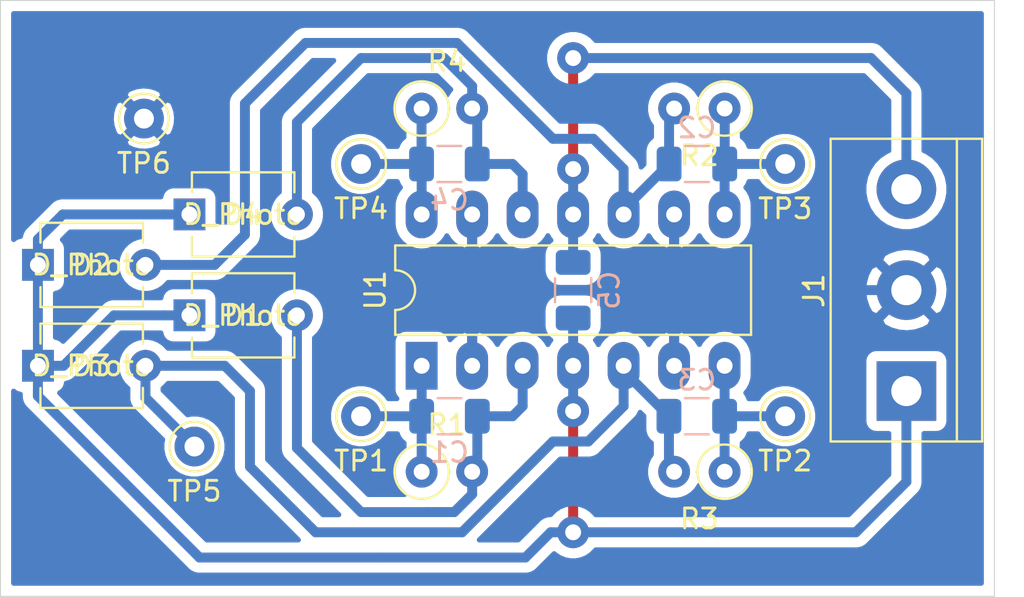
<source format=kicad_pcb>
(kicad_pcb (version 20171130) (host pcbnew 5.1.5+dfsg1-2build2)

  (general
    (thickness 1.6)
    (drawings 4)
    (tracks 106)
    (zones 0)
    (modules 21)
    (nets 12)
  )

  (page A4)
  (layers
    (0 F.Cu signal)
    (31 B.Cu signal)
    (32 B.Adhes user)
    (33 F.Adhes user)
    (34 B.Paste user)
    (35 F.Paste user)
    (36 B.SilkS user)
    (37 F.SilkS user)
    (38 B.Mask user)
    (39 F.Mask user)
    (40 Dwgs.User user)
    (41 Cmts.User user)
    (42 Eco1.User user)
    (43 Eco2.User user)
    (44 Edge.Cuts user)
    (45 Margin user)
    (46 B.CrtYd user)
    (47 F.CrtYd user)
    (48 B.Fab user)
    (49 F.Fab user)
  )

  (setup
    (last_trace_width 0.5)
    (trace_clearance 0.2)
    (zone_clearance 0.508)
    (zone_45_only no)
    (trace_min 0.2)
    (via_size 0.8)
    (via_drill 0.4)
    (via_min_size 0.4)
    (via_min_drill 0.3)
    (uvia_size 0.3)
    (uvia_drill 0.1)
    (uvias_allowed no)
    (uvia_min_size 0.2)
    (uvia_min_drill 0.1)
    (edge_width 0.05)
    (segment_width 0.2)
    (pcb_text_width 0.3)
    (pcb_text_size 1.5 1.5)
    (mod_edge_width 0.12)
    (mod_text_size 1 1)
    (mod_text_width 0.15)
    (pad_size 1.6 1.6)
    (pad_drill 0.8)
    (pad_to_mask_clearance 0.051)
    (solder_mask_min_width 0.25)
    (aux_axis_origin 0 0)
    (visible_elements FFFFFF7F)
    (pcbplotparams
      (layerselection 0x01000_fffffffe)
      (usegerberextensions false)
      (usegerberattributes false)
      (usegerberadvancedattributes false)
      (creategerberjobfile false)
      (excludeedgelayer true)
      (linewidth 0.100000)
      (plotframeref false)
      (viasonmask false)
      (mode 1)
      (useauxorigin false)
      (hpglpennumber 1)
      (hpglpenspeed 20)
      (hpglpendiameter 15.000000)
      (psnegative false)
      (psa4output false)
      (plotreference true)
      (plotvalue true)
      (plotinvisibletext false)
      (padsonsilk false)
      (subtractmaskfromsilk false)
      (outputformat 5)
      (mirror false)
      (drillshape 1)
      (scaleselection 1)
      (outputdirectory ""))
  )

  (net 0 "")
  (net 1 "Net-(C1-Pad2)")
  (net 2 "Net-(C2-Pad2)")
  (net 3 "Net-(C3-Pad2)")
  (net 4 "Net-(C4-Pad2)")
  (net 5 +VDC)
  (net 6 GND)
  (net 7 Vo0)
  (net 8 Vo2)
  (net 9 Vo1)
  (net 10 Vo3)
  (net 11 -VDC)

  (net_class Default "This is the default net class."
    (clearance 0.2)
    (trace_width 0.5)
    (via_dia 0.8)
    (via_drill 0.4)
    (uvia_dia 0.3)
    (uvia_drill 0.1)
    (add_net +VDC)
    (add_net -VDC)
    (add_net GND)
    (add_net "Net-(C1-Pad2)")
    (add_net "Net-(C2-Pad2)")
    (add_net "Net-(C3-Pad2)")
    (add_net "Net-(C4-Pad2)")
    (add_net Vo0)
    (add_net Vo1)
    (add_net Vo2)
    (add_net Vo3)
  )

  (module Package_DIP:DIP-14_W7.62mm_LongPads (layer F.Cu) (tedit 5A02E8C5) (tstamp 61032C0B)
    (at 91.186 88.392 90)
    (descr "14-lead though-hole mounted DIP package, row spacing 7.62 mm (300 mils), LongPads")
    (tags "THT DIP DIL PDIP 2.54mm 7.62mm 300mil LongPads")
    (path /6101963E)
    (fp_text reference U1 (at 3.81 -2.33 90) (layer F.SilkS)
      (effects (font (size 1 1) (thickness 0.15)))
    )
    (fp_text value TL074 (at 3.81 17.57 90) (layer F.Fab)
      (effects (font (size 1 1) (thickness 0.15)))
    )
    (fp_text user %R (at 3.81 7.62 90) (layer F.Fab)
      (effects (font (size 1 1) (thickness 0.15)))
    )
    (fp_line (start 9.1 -1.55) (end -1.45 -1.55) (layer F.CrtYd) (width 0.05))
    (fp_line (start 9.1 16.8) (end 9.1 -1.55) (layer F.CrtYd) (width 0.05))
    (fp_line (start -1.45 16.8) (end 9.1 16.8) (layer F.CrtYd) (width 0.05))
    (fp_line (start -1.45 -1.55) (end -1.45 16.8) (layer F.CrtYd) (width 0.05))
    (fp_line (start 6.06 -1.33) (end 4.81 -1.33) (layer F.SilkS) (width 0.12))
    (fp_line (start 6.06 16.57) (end 6.06 -1.33) (layer F.SilkS) (width 0.12))
    (fp_line (start 1.56 16.57) (end 6.06 16.57) (layer F.SilkS) (width 0.12))
    (fp_line (start 1.56 -1.33) (end 1.56 16.57) (layer F.SilkS) (width 0.12))
    (fp_line (start 2.81 -1.33) (end 1.56 -1.33) (layer F.SilkS) (width 0.12))
    (fp_line (start 0.635 -0.27) (end 1.635 -1.27) (layer F.Fab) (width 0.1))
    (fp_line (start 0.635 16.51) (end 0.635 -0.27) (layer F.Fab) (width 0.1))
    (fp_line (start 6.985 16.51) (end 0.635 16.51) (layer F.Fab) (width 0.1))
    (fp_line (start 6.985 -1.27) (end 6.985 16.51) (layer F.Fab) (width 0.1))
    (fp_line (start 1.635 -1.27) (end 6.985 -1.27) (layer F.Fab) (width 0.1))
    (fp_arc (start 3.81 -1.33) (end 2.81 -1.33) (angle -180) (layer F.SilkS) (width 0.12))
    (pad 14 thru_hole oval (at 7.62 0 90) (size 2.4 1.6) (drill 0.8) (layers *.Cu *.Mask)
      (net 10 Vo3))
    (pad 7 thru_hole oval (at 0 15.24 90) (size 2.4 1.6) (drill 0.8) (layers *.Cu *.Mask)
      (net 9 Vo1))
    (pad 13 thru_hole oval (at 7.62 2.54 90) (size 2.4 1.6) (drill 0.8) (layers *.Cu *.Mask)
      (net 6 GND))
    (pad 6 thru_hole oval (at 0 12.7 90) (size 2.4 1.6) (drill 0.8) (layers *.Cu *.Mask)
      (net 6 GND))
    (pad 12 thru_hole oval (at 7.62 5.08 90) (size 2.4 1.6) (drill 0.8) (layers *.Cu *.Mask)
      (net 4 "Net-(C4-Pad2)"))
    (pad 5 thru_hole oval (at 0 10.16 90) (size 2.4 1.6) (drill 0.8) (layers *.Cu *.Mask)
      (net 3 "Net-(C3-Pad2)"))
    (pad 11 thru_hole oval (at 7.62 7.62 90) (size 2.4 1.6) (drill 0.8) (layers *.Cu *.Mask)
      (net 11 -VDC))
    (pad 4 thru_hole oval (at 0 7.62 90) (size 2.4 1.6) (drill 0.8) (layers *.Cu *.Mask)
      (net 5 +VDC))
    (pad 10 thru_hole oval (at 7.62 10.16 90) (size 2.4 1.6) (drill 0.8) (layers *.Cu *.Mask)
      (net 2 "Net-(C2-Pad2)"))
    (pad 3 thru_hole oval (at 0 5.08 90) (size 2.4 1.6) (drill 0.8) (layers *.Cu *.Mask)
      (net 1 "Net-(C1-Pad2)"))
    (pad 9 thru_hole oval (at 7.62 12.7 90) (size 2.4 1.6) (drill 0.8) (layers *.Cu *.Mask)
      (net 6 GND))
    (pad 2 thru_hole oval (at 0 2.54 90) (size 2.4 1.6) (drill 0.8) (layers *.Cu *.Mask)
      (net 6 GND))
    (pad 8 thru_hole oval (at 7.62 15.24 90) (size 2.4 1.6) (drill 0.8) (layers *.Cu *.Mask)
      (net 8 Vo2))
    (pad 1 thru_hole rect (at 0 0 90) (size 2.4 1.6) (drill 0.8) (layers *.Cu *.Mask)
      (net 7 Vo0))
    (model ${KISYS3DMOD}/Package_DIP.3dshapes/DIP-14_W7.62mm.wrl
      (at (xyz 0 0 0))
      (scale (xyz 1 1 1))
      (rotate (xyz 0 0 0))
    )
  )

  (module Connector_Pin:Pin_D1.0mm_L10.0mm (layer F.Cu) (tedit 5A1DC084) (tstamp 610357BA)
    (at 77.216 75.946)
    (descr "solder Pin_ diameter 1.0mm, hole diameter 1.0mm (press fit), length 10.0mm")
    (tags "solder Pin_ press fit")
    (path /612C0178)
    (fp_text reference TP6 (at 0 2.25) (layer F.SilkS)
      (effects (font (size 1 1) (thickness 0.15)))
    )
    (fp_text value TestPoint (at 0 -2.05) (layer F.Fab)
      (effects (font (size 1 1) (thickness 0.15)))
    )
    (fp_circle (center 0 0) (end 1.25 0.05) (layer F.SilkS) (width 0.12))
    (fp_circle (center 0 0) (end 1 0) (layer F.Fab) (width 0.12))
    (fp_circle (center 0 0) (end 0.5 0) (layer F.Fab) (width 0.12))
    (fp_circle (center 0 0) (end 1.5 0) (layer F.CrtYd) (width 0.05))
    (fp_text user %R (at 0 2.25) (layer F.Fab)
      (effects (font (size 1 1) (thickness 0.15)))
    )
    (pad 1 thru_hole circle (at 0 0) (size 2 2) (drill 1) (layers *.Cu *.Mask)
      (net 6 GND))
    (model ${KISYS3DMOD}/Connector_Pin.3dshapes/Pin_D1.0mm_L10.0mm.wrl
      (at (xyz 0 0 0))
      (scale (xyz 1 1 1))
      (rotate (xyz 0 0 0))
    )
  )

  (module Connector_Pin:Pin_D1.0mm_L10.0mm (layer F.Cu) (tedit 5A1DC084) (tstamp 61034DA6)
    (at 79.756 92.456)
    (descr "solder Pin_ diameter 1.0mm, hole diameter 1.0mm (press fit), length 10.0mm")
    (tags "solder Pin_ press fit")
    (path /6129AF14)
    (fp_text reference TP5 (at 0 2.25) (layer F.SilkS)
      (effects (font (size 1 1) (thickness 0.15)))
    )
    (fp_text value TestPoint (at 0 -2.05) (layer F.Fab)
      (effects (font (size 1 1) (thickness 0.15)))
    )
    (fp_circle (center 0 0) (end 1.25 0.05) (layer F.SilkS) (width 0.12))
    (fp_circle (center 0 0) (end 1 0) (layer F.Fab) (width 0.12))
    (fp_circle (center 0 0) (end 0.5 0) (layer F.Fab) (width 0.12))
    (fp_circle (center 0 0) (end 1.5 0) (layer F.CrtYd) (width 0.05))
    (fp_text user %R (at 0 2.25) (layer F.Fab)
      (effects (font (size 1 1) (thickness 0.15)))
    )
    (pad 1 thru_hole circle (at 0 0) (size 2 2) (drill 1) (layers *.Cu *.Mask)
      (net 3 "Net-(C3-Pad2)"))
    (model ${KISYS3DMOD}/Connector_Pin.3dshapes/Pin_D1.0mm_L10.0mm.wrl
      (at (xyz 0 0 0))
      (scale (xyz 1 1 1))
      (rotate (xyz 0 0 0))
    )
  )

  (module Resistor_THT:R_Axial_DIN0207_L6.3mm_D2.5mm_P2.54mm_Vertical (layer F.Cu) (tedit 5AE5139B) (tstamp 61033FA6)
    (at 91.186 93.726)
    (descr "Resistor, Axial_DIN0207 series, Axial, Vertical, pin pitch=2.54mm, 0.25W = 1/4W, length*diameter=6.3*2.5mm^2, http://cdn-reichelt.de/documents/datenblatt/B400/1_4W%23YAG.pdf")
    (tags "Resistor Axial_DIN0207 series Axial Vertical pin pitch 2.54mm 0.25W = 1/4W length 6.3mm diameter 2.5mm")
    (path /6101FC9B)
    (fp_text reference R1 (at 1.27 -2.37) (layer F.SilkS)
      (effects (font (size 1 1) (thickness 0.15)))
    )
    (fp_text value R (at 1.27 2.37) (layer F.Fab)
      (effects (font (size 1 1) (thickness 0.15)))
    )
    (fp_text user %R (at 1.27 -2.37) (layer F.Fab)
      (effects (font (size 1 1) (thickness 0.15)))
    )
    (fp_line (start 3.59 -1.5) (end -1.5 -1.5) (layer F.CrtYd) (width 0.05))
    (fp_line (start 3.59 1.5) (end 3.59 -1.5) (layer F.CrtYd) (width 0.05))
    (fp_line (start -1.5 1.5) (end 3.59 1.5) (layer F.CrtYd) (width 0.05))
    (fp_line (start -1.5 -1.5) (end -1.5 1.5) (layer F.CrtYd) (width 0.05))
    (fp_line (start 1.37 0) (end 1.44 0) (layer F.SilkS) (width 0.12))
    (fp_line (start 0 0) (end 2.54 0) (layer F.Fab) (width 0.1))
    (fp_circle (center 0 0) (end 1.37 0) (layer F.SilkS) (width 0.12))
    (fp_circle (center 0 0) (end 1.25 0) (layer F.Fab) (width 0.1))
    (pad 2 thru_hole oval (at 2.54 0) (size 1.6 1.6) (drill 0.8) (layers *.Cu *.Mask)
      (net 1 "Net-(C1-Pad2)"))
    (pad 1 thru_hole circle (at 0 0) (size 1.6 1.6) (drill 0.8) (layers *.Cu *.Mask)
      (net 7 Vo0))
    (model ${KISYS3DMOD}/Resistor_THT.3dshapes/R_Axial_DIN0207_L6.3mm_D2.5mm_P2.54mm_Vertical.wrl
      (at (xyz 0 0 0))
      (scale (xyz 1 1 1))
      (rotate (xyz 0 0 0))
    )
  )

  (module TerminalBlock:TerminalBlock_bornier-3_P5.08mm (layer F.Cu) (tedit 59FF03B9) (tstamp 61033713)
    (at 115.57 89.662 90)
    (descr "simple 3-pin terminal block, pitch 5.08mm, revamped version of bornier3")
    (tags "terminal block bornier3")
    (path /611EC91E)
    (fp_text reference J1 (at 5.05 -4.65 90) (layer F.SilkS)
      (effects (font (size 1 1) (thickness 0.15)))
    )
    (fp_text value Conn_01x03_Male (at 5.08 5.08 90) (layer F.Fab)
      (effects (font (size 1 1) (thickness 0.15)))
    )
    (fp_line (start 12.88 4) (end -2.72 4) (layer F.CrtYd) (width 0.05))
    (fp_line (start 12.88 4) (end 12.88 -4) (layer F.CrtYd) (width 0.05))
    (fp_line (start -2.72 -4) (end -2.72 4) (layer F.CrtYd) (width 0.05))
    (fp_line (start -2.72 -4) (end 12.88 -4) (layer F.CrtYd) (width 0.05))
    (fp_line (start -2.54 3.81) (end 12.7 3.81) (layer F.SilkS) (width 0.12))
    (fp_line (start -2.54 -3.81) (end 12.7 -3.81) (layer F.SilkS) (width 0.12))
    (fp_line (start -2.54 2.54) (end 12.7 2.54) (layer F.SilkS) (width 0.12))
    (fp_line (start 12.7 3.81) (end 12.7 -3.81) (layer F.SilkS) (width 0.12))
    (fp_line (start -2.54 3.81) (end -2.54 -3.81) (layer F.SilkS) (width 0.12))
    (fp_line (start -2.47 3.75) (end -2.47 -3.75) (layer F.Fab) (width 0.1))
    (fp_line (start 12.63 3.75) (end -2.47 3.75) (layer F.Fab) (width 0.1))
    (fp_line (start 12.63 -3.75) (end 12.63 3.75) (layer F.Fab) (width 0.1))
    (fp_line (start -2.47 -3.75) (end 12.63 -3.75) (layer F.Fab) (width 0.1))
    (fp_line (start -2.47 2.55) (end 12.63 2.55) (layer F.Fab) (width 0.1))
    (fp_text user %R (at 5.08 0 90) (layer F.Fab)
      (effects (font (size 1 1) (thickness 0.15)))
    )
    (pad 3 thru_hole circle (at 10.16 0 90) (size 3 3) (drill 1.52) (layers *.Cu *.Mask)
      (net 11 -VDC))
    (pad 2 thru_hole circle (at 5.08 0 90) (size 3 3) (drill 1.52) (layers *.Cu *.Mask)
      (net 6 GND))
    (pad 1 thru_hole rect (at 0 0 90) (size 3 3) (drill 1.52) (layers *.Cu *.Mask)
      (net 5 +VDC))
    (model ${KISYS3DMOD}/TerminalBlock.3dshapes/TerminalBlock_bornier-3_P5.08mm.wrl
      (offset (xyz 5.079999923706055 0 0))
      (scale (xyz 1 1 1))
      (rotate (xyz 0 0 0))
    )
  )

  (module Vishay:BPW34 (layer F.Cu) (tedit 0) (tstamp 61032FAB)
    (at 79.502 85.852)
    (path /61020749)
    (fp_text reference D1 (at 2.7051 0) (layer F.SilkS)
      (effects (font (size 1 1) (thickness 0.15)))
    )
    (fp_text value D_Photo (at 2.7051 0) (layer F.SilkS)
      (effects (font (size 1 1) (thickness 0.15)))
    )
    (fp_arc (start 2.7051 -1.9939) (end 2.4003 -1.9939) (angle -180) (layer F.Fab) (width 0.1))
    (fp_arc (start 2.7051 -1.9939) (end 1.888067 -1.9939) (angle -180) (layer F.CrtYd) (width 0.05))
    (fp_line (start 5.4102 1.0414) (end 6.4516 1.0414) (layer F.CrtYd) (width 0.05))
    (fp_line (start 5.4102 2.2479) (end 5.4102 1.0414) (layer F.CrtYd) (width 0.05))
    (fp_line (start 0 2.2479) (end 5.4102 2.2479) (layer F.CrtYd) (width 0.05))
    (fp_line (start 0 1.0414) (end 0 2.2479) (layer F.CrtYd) (width 0.05))
    (fp_line (start -1.0414 1.0414) (end 0 1.0414) (layer F.CrtYd) (width 0.05))
    (fp_line (start -1.0414 -1.0414) (end -1.0414 1.0414) (layer F.CrtYd) (width 0.05))
    (fp_line (start 0 -1.0414) (end -1.0414 -1.0414) (layer F.CrtYd) (width 0.05))
    (fp_line (start 0 -2.2479) (end 0 -1.0414) (layer F.CrtYd) (width 0.05))
    (fp_line (start 5.4102 -2.2479) (end 0 -2.2479) (layer F.CrtYd) (width 0.05))
    (fp_line (start 5.4102 -1.0414) (end 5.4102 -2.2479) (layer F.CrtYd) (width 0.05))
    (fp_line (start 6.4516 -1.0414) (end 5.4102 -1.0414) (layer F.CrtYd) (width 0.05))
    (fp_line (start 6.4516 1.0414) (end 6.4516 -1.0414) (layer F.CrtYd) (width 0.05))
    (fp_line (start 5.2832 -1.112917) (end 5.2832 -2.1209) (layer F.SilkS) (width 0.12))
    (fp_line (start 0.127 1.12014) (end 0.127 2.1209) (layer F.SilkS) (width 0.12))
    (fp_line (start 0.254 -1.9939) (end 0.254 1.9939) (layer F.Fab) (width 0.1))
    (fp_line (start 5.1562 -1.9939) (end 0.254 -1.9939) (layer F.Fab) (width 0.1))
    (fp_line (start 5.1562 1.9939) (end 5.1562 -1.9939) (layer F.Fab) (width 0.1))
    (fp_line (start 0.254 1.9939) (end 5.1562 1.9939) (layer F.Fab) (width 0.1))
    (fp_line (start 0.127 -2.1209) (end 0.127 -1.12014) (layer F.SilkS) (width 0.12))
    (fp_line (start 5.2832 -2.1209) (end 0.127 -2.1209) (layer F.SilkS) (width 0.12))
    (fp_line (start 5.2832 2.1209) (end 5.2832 1.112917) (layer F.SilkS) (width 0.12))
    (fp_line (start 0.127 2.1209) (end 5.2832 2.1209) (layer F.SilkS) (width 0.12))
    (fp_line (start 5.9436 -0.5334) (end 5.1562 -0.5334) (layer F.Fab) (width 0.1))
    (fp_line (start 5.9436 0.5334) (end 5.9436 -0.5334) (layer F.Fab) (width 0.1))
    (fp_line (start 5.1562 0.5334) (end 5.9436 0.5334) (layer F.Fab) (width 0.1))
    (fp_line (start 5.1562 -0.5334) (end 5.1562 0.5334) (layer F.Fab) (width 0.1))
    (fp_line (start -0.5334 0.5334) (end 0.254 0.5334) (layer F.Fab) (width 0.1))
    (fp_line (start -0.5334 -0.5334) (end -0.5334 0.5334) (layer F.Fab) (width 0.1))
    (fp_line (start 0.254 -0.5334) (end -0.5334 -0.5334) (layer F.Fab) (width 0.1))
    (fp_line (start 0.254 0.5334) (end 0.254 -0.5334) (layer F.Fab) (width 0.1))
    (fp_text user * (at 0 -1.5494) (layer F.SilkS) hide
      (effects (font (size 1 1) (thickness 0.15)))
    )
    (fp_text user * (at 0.508 0) (layer F.Fab) hide
      (effects (font (size 1 1) (thickness 0.15)))
    )
    (fp_text user 0.062in/1.575mm (at 8.4582 0) (layer Dwgs.User) hide
      (effects (font (size 1 1) (thickness 0.15)))
    )
    (fp_text user 0.213in/5.41mm (at 2.7051 -4.4069) (layer Dwgs.User) hide
      (effects (font (size 1 1) (thickness 0.15)))
    )
    (fp_text user 0.062in/1.575mm (at 8.4582 0) (layer Dwgs.User) hide
      (effects (font (size 1 1) (thickness 0.15)))
    )
    (fp_text user 0in/0mm (at -3.048 0) (layer Dwgs.User) hide
      (effects (font (size 1 1) (thickness 0.15)))
    )
    (fp_text user * (at 0.508 0) (layer F.Fab) hide
      (effects (font (size 1 1) (thickness 0.15)))
    )
    (fp_text user * (at 0 -1.5494) (layer F.SilkS) hide
      (effects (font (size 1 1) (thickness 0.15)))
    )
    (fp_text user "Copyright 2021 Accelerated Designs. All rights reserved." (at 0 0) (layer Cmts.User) hide
      (effects (font (size 0.127 0.127) (thickness 0.002)))
    )
    (pad 2 thru_hole circle (at 5.4102 0) (size 1.6 1.6) (drill 0.8) (layers *.Cu *.Mask)
      (net 1 "Net-(C1-Pad2)"))
    (pad 1 thru_hole rect (at 0 0) (size 1.6 1.6) (drill 0.8) (layers *.Cu *.Mask)
      (net 5 +VDC))
  )

  (module Resistor_THT:R_Axial_DIN0207_L6.3mm_D2.5mm_P2.54mm_Vertical (layer F.Cu) (tedit 5AE5139B) (tstamp 61032E38)
    (at 91.186 75.438)
    (descr "Resistor, Axial_DIN0207 series, Axial, Vertical, pin pitch=2.54mm, 0.25W = 1/4W, length*diameter=6.3*2.5mm^2, http://cdn-reichelt.de/documents/datenblatt/B400/1_4W%23YAG.pdf")
    (tags "Resistor Axial_DIN0207 series Axial Vertical pin pitch 2.54mm 0.25W = 1/4W length 6.3mm diameter 2.5mm")
    (path /61047C72)
    (fp_text reference R4 (at 1.27 -2.37) (layer F.SilkS)
      (effects (font (size 1 1) (thickness 0.15)))
    )
    (fp_text value R (at 1.27 2.37) (layer F.Fab)
      (effects (font (size 1 1) (thickness 0.15)))
    )
    (fp_text user %R (at 1.27 -2.37) (layer F.Fab)
      (effects (font (size 1 1) (thickness 0.15)))
    )
    (fp_line (start 3.59 -1.5) (end -1.5 -1.5) (layer F.CrtYd) (width 0.05))
    (fp_line (start 3.59 1.5) (end 3.59 -1.5) (layer F.CrtYd) (width 0.05))
    (fp_line (start -1.5 1.5) (end 3.59 1.5) (layer F.CrtYd) (width 0.05))
    (fp_line (start -1.5 -1.5) (end -1.5 1.5) (layer F.CrtYd) (width 0.05))
    (fp_line (start 1.37 0) (end 1.44 0) (layer F.SilkS) (width 0.12))
    (fp_line (start 0 0) (end 2.54 0) (layer F.Fab) (width 0.1))
    (fp_circle (center 0 0) (end 1.37 0) (layer F.SilkS) (width 0.12))
    (fp_circle (center 0 0) (end 1.25 0) (layer F.Fab) (width 0.1))
    (pad 2 thru_hole oval (at 2.54 0) (size 1.6 1.6) (drill 0.8) (layers *.Cu *.Mask)
      (net 4 "Net-(C4-Pad2)"))
    (pad 1 thru_hole circle (at 0 0) (size 1.6 1.6) (drill 0.8) (layers *.Cu *.Mask)
      (net 10 Vo3))
    (model ${KISYS3DMOD}/Resistor_THT.3dshapes/R_Axial_DIN0207_L6.3mm_D2.5mm_P2.54mm_Vertical.wrl
      (at (xyz 0 0 0))
      (scale (xyz 1 1 1))
      (rotate (xyz 0 0 0))
    )
  )

  (module Connector_Pin:Pin_D1.0mm_L10.0mm (layer F.Cu) (tedit 5A1DC084) (tstamp 61032E60)
    (at 88.138 78.232)
    (descr "solder Pin_ diameter 1.0mm, hole diameter 1.0mm (press fit), length 10.0mm")
    (tags "solder Pin_ press fit")
    (path /61257325)
    (fp_text reference TP4 (at 0 2.25) (layer F.SilkS)
      (effects (font (size 1 1) (thickness 0.15)))
    )
    (fp_text value TestPoint (at -2.794 -2.54) (layer F.Fab)
      (effects (font (size 1 1) (thickness 0.15)))
    )
    (fp_circle (center 0 0) (end 1.25 0.05) (layer F.SilkS) (width 0.12))
    (fp_circle (center 0 0) (end 1 0) (layer F.Fab) (width 0.12))
    (fp_circle (center 0 0) (end 0.5 0) (layer F.Fab) (width 0.12))
    (fp_circle (center 0 0) (end 1.5 0) (layer F.CrtYd) (width 0.05))
    (fp_text user %R (at 0 2.25) (layer F.Fab)
      (effects (font (size 1 1) (thickness 0.15)))
    )
    (pad 1 thru_hole circle (at 0 0) (size 2 2) (drill 1) (layers *.Cu *.Mask)
      (net 10 Vo3))
    (model ${KISYS3DMOD}/Connector_Pin.3dshapes/Pin_D1.0mm_L10.0mm.wrl
      (at (xyz 0 0 0))
      (scale (xyz 1 1 1))
      (rotate (xyz 0 0 0))
    )
  )

  (module Connector_Pin:Pin_D1.0mm_L10.0mm (layer F.Cu) (tedit 5A1DC084) (tstamp 61032F4A)
    (at 109.474 78.232)
    (descr "solder Pin_ diameter 1.0mm, hole diameter 1.0mm (press fit), length 10.0mm")
    (tags "solder Pin_ press fit")
    (path /61253513)
    (fp_text reference TP3 (at 0 2.25) (layer F.SilkS)
      (effects (font (size 1 1) (thickness 0.15)))
    )
    (fp_text value TestPoint (at 2.794 -2.54) (layer F.Fab)
      (effects (font (size 1 1) (thickness 0.15)))
    )
    (fp_circle (center 0 0) (end 1.25 0.05) (layer F.SilkS) (width 0.12))
    (fp_circle (center 0 0) (end 1 0) (layer F.Fab) (width 0.12))
    (fp_circle (center 0 0) (end 0.5 0) (layer F.Fab) (width 0.12))
    (fp_circle (center 0 0) (end 1.5 0) (layer F.CrtYd) (width 0.05))
    (fp_text user %R (at 0 2.25) (layer F.Fab)
      (effects (font (size 1 1) (thickness 0.15)))
    )
    (pad 1 thru_hole circle (at 0 0) (size 2 2) (drill 1) (layers *.Cu *.Mask)
      (net 8 Vo2))
    (model ${KISYS3DMOD}/Connector_Pin.3dshapes/Pin_D1.0mm_L10.0mm.wrl
      (at (xyz 0 0 0))
      (scale (xyz 1 1 1))
      (rotate (xyz 0 0 0))
    )
  )

  (module Connector_Pin:Pin_D1.0mm_L10.0mm (layer F.Cu) (tedit 5A1DC084) (tstamp 61032EBD)
    (at 109.474 90.932)
    (descr "solder Pin_ diameter 1.0mm, hole diameter 1.0mm (press fit), length 10.0mm")
    (tags "solder Pin_ press fit")
    (path /612516A4)
    (fp_text reference TP2 (at 0 2.25) (layer F.SilkS)
      (effects (font (size 1 1) (thickness 0.15)))
    )
    (fp_text value TestPoint (at 0 -2.05) (layer F.Fab)
      (effects (font (size 1 1) (thickness 0.15)))
    )
    (fp_circle (center 0 0) (end 1.25 0.05) (layer F.SilkS) (width 0.12))
    (fp_circle (center 0 0) (end 1 0) (layer F.Fab) (width 0.12))
    (fp_circle (center 0 0) (end 0.5 0) (layer F.Fab) (width 0.12))
    (fp_circle (center 0 0) (end 1.5 0) (layer F.CrtYd) (width 0.05))
    (fp_text user %R (at 0 2.25) (layer F.Fab)
      (effects (font (size 1 1) (thickness 0.15)))
    )
    (pad 1 thru_hole circle (at 0 0) (size 2 2) (drill 1) (layers *.Cu *.Mask)
      (net 9 Vo1))
    (model ${KISYS3DMOD}/Connector_Pin.3dshapes/Pin_D1.0mm_L10.0mm.wrl
      (at (xyz 0 0 0))
      (scale (xyz 1 1 1))
      (rotate (xyz 0 0 0))
    )
  )

  (module Connector_Pin:Pin_D1.0mm_L10.0mm (layer F.Cu) (tedit 5A1DC084) (tstamp 6103387E)
    (at 88.138 90.932)
    (descr "solder Pin_ diameter 1.0mm, hole diameter 1.0mm (press fit), length 10.0mm")
    (tags "solder Pin_ press fit")
    (path /612150E1)
    (fp_text reference TP1 (at 0 2.25) (layer F.SilkS)
      (effects (font (size 1 1) (thickness 0.15)))
    )
    (fp_text value TestPoint (at -5.08 0) (layer F.Fab)
      (effects (font (size 1 1) (thickness 0.15)))
    )
    (fp_circle (center 0 0) (end 1.25 0.05) (layer F.SilkS) (width 0.12))
    (fp_circle (center 0 0) (end 1 0) (layer F.Fab) (width 0.12))
    (fp_circle (center 0 0) (end 0.5 0) (layer F.Fab) (width 0.12))
    (fp_circle (center 0 0) (end 1.5 0) (layer F.CrtYd) (width 0.05))
    (fp_text user %R (at 0 2.25) (layer F.Fab)
      (effects (font (size 1 1) (thickness 0.15)))
    )
    (pad 1 thru_hole circle (at 0 0) (size 2 2) (drill 1) (layers *.Cu *.Mask)
      (net 7 Vo0))
    (model ${KISYS3DMOD}/Connector_Pin.3dshapes/Pin_D1.0mm_L10.0mm.wrl
      (at (xyz 0 0 0))
      (scale (xyz 1 1 1))
      (rotate (xyz 0 0 0))
    )
  )

  (module Capacitor_SMD:C_1206_3216Metric (layer B.Cu) (tedit 5B301BBE) (tstamp 61032BA6)
    (at 98.806 84.587001 90)
    (descr "Capacitor SMD 1206 (3216 Metric), square (rectangular) end terminal, IPC_7351 nominal, (Body size source: http://www.tortai-tech.com/upload/download/2011102023233369053.pdf), generated with kicad-footprint-generator")
    (tags capacitor)
    (path /611238C8)
    (attr smd)
    (fp_text reference C5 (at 0 1.82 270) (layer B.SilkS)
      (effects (font (size 1 1) (thickness 0.15)) (justify mirror))
    )
    (fp_text value C (at 0 -1.82 270) (layer B.Fab)
      (effects (font (size 1 1) (thickness 0.15)) (justify mirror))
    )
    (fp_text user %R (at 0 0 270) (layer B.Fab)
      (effects (font (size 0.8 0.8) (thickness 0.12)) (justify mirror))
    )
    (fp_line (start 2.28 -1.12) (end -2.28 -1.12) (layer B.CrtYd) (width 0.05))
    (fp_line (start 2.28 1.12) (end 2.28 -1.12) (layer B.CrtYd) (width 0.05))
    (fp_line (start -2.28 1.12) (end 2.28 1.12) (layer B.CrtYd) (width 0.05))
    (fp_line (start -2.28 -1.12) (end -2.28 1.12) (layer B.CrtYd) (width 0.05))
    (fp_line (start -0.602064 -0.91) (end 0.602064 -0.91) (layer B.SilkS) (width 0.12))
    (fp_line (start -0.602064 0.91) (end 0.602064 0.91) (layer B.SilkS) (width 0.12))
    (fp_line (start 1.6 -0.8) (end -1.6 -0.8) (layer B.Fab) (width 0.1))
    (fp_line (start 1.6 0.8) (end 1.6 -0.8) (layer B.Fab) (width 0.1))
    (fp_line (start -1.6 0.8) (end 1.6 0.8) (layer B.Fab) (width 0.1))
    (fp_line (start -1.6 -0.8) (end -1.6 0.8) (layer B.Fab) (width 0.1))
    (pad 2 smd roundrect (at 1.4 0 90) (size 1.25 1.75) (layers B.Cu B.Paste B.Mask) (roundrect_rratio 0.2)
      (net 11 -VDC))
    (pad 1 smd roundrect (at -1.4 0 90) (size 1.25 1.75) (layers B.Cu B.Paste B.Mask) (roundrect_rratio 0.2)
      (net 5 +VDC))
    (model ${KISYS3DMOD}/Capacitor_SMD.3dshapes/C_1206_3216Metric.wrl
      (at (xyz 0 0 0))
      (scale (xyz 1 1 1))
      (rotate (xyz 0 0 0))
    )
  )

  (module Resistor_THT:R_Axial_DIN0207_L6.3mm_D2.5mm_P2.54mm_Vertical (layer F.Cu) (tedit 5AE5139B) (tstamp 61032CF1)
    (at 106.426 93.726 180)
    (descr "Resistor, Axial_DIN0207 series, Axial, Vertical, pin pitch=2.54mm, 0.25W = 1/4W, length*diameter=6.3*2.5mm^2, http://cdn-reichelt.de/documents/datenblatt/B400/1_4W%23YAG.pdf")
    (tags "Resistor Axial_DIN0207 series Axial Vertical pin pitch 2.54mm 0.25W = 1/4W length 6.3mm diameter 2.5mm")
    (path /610438D3)
    (fp_text reference R3 (at 1.27 -2.37) (layer F.SilkS)
      (effects (font (size 1 1) (thickness 0.15)))
    )
    (fp_text value R (at 1.27 2.37) (layer F.Fab)
      (effects (font (size 1 1) (thickness 0.15)))
    )
    (fp_text user %R (at 1.27 -2.37) (layer F.Fab)
      (effects (font (size 1 1) (thickness 0.15)))
    )
    (fp_line (start 3.59 -1.5) (end -1.5 -1.5) (layer F.CrtYd) (width 0.05))
    (fp_line (start 3.59 1.5) (end 3.59 -1.5) (layer F.CrtYd) (width 0.05))
    (fp_line (start -1.5 1.5) (end 3.59 1.5) (layer F.CrtYd) (width 0.05))
    (fp_line (start -1.5 -1.5) (end -1.5 1.5) (layer F.CrtYd) (width 0.05))
    (fp_line (start 1.37 0) (end 1.44 0) (layer F.SilkS) (width 0.12))
    (fp_line (start 0 0) (end 2.54 0) (layer F.Fab) (width 0.1))
    (fp_circle (center 0 0) (end 1.37 0) (layer F.SilkS) (width 0.12))
    (fp_circle (center 0 0) (end 1.25 0) (layer F.Fab) (width 0.1))
    (pad 2 thru_hole oval (at 2.54 0 180) (size 1.6 1.6) (drill 0.8) (layers *.Cu *.Mask)
      (net 3 "Net-(C3-Pad2)"))
    (pad 1 thru_hole circle (at 0 0 180) (size 1.6 1.6) (drill 0.8) (layers *.Cu *.Mask)
      (net 9 Vo1))
    (model ${KISYS3DMOD}/Resistor_THT.3dshapes/R_Axial_DIN0207_L6.3mm_D2.5mm_P2.54mm_Vertical.wrl
      (at (xyz 0 0 0))
      (scale (xyz 1 1 1))
      (rotate (xyz 0 0 0))
    )
  )

  (module Resistor_THT:R_Axial_DIN0207_L6.3mm_D2.5mm_P2.54mm_Vertical (layer F.Cu) (tedit 5AE5139B) (tstamp 610330EA)
    (at 106.426 75.438 180)
    (descr "Resistor, Axial_DIN0207 series, Axial, Vertical, pin pitch=2.54mm, 0.25W = 1/4W, length*diameter=6.3*2.5mm^2, http://cdn-reichelt.de/documents/datenblatt/B400/1_4W%23YAG.pdf")
    (tags "Resistor Axial_DIN0207 series Axial Vertical pin pitch 2.54mm 0.25W = 1/4W length 6.3mm diameter 2.5mm")
    (path /61045130)
    (fp_text reference R2 (at 1.27 -2.37) (layer F.SilkS)
      (effects (font (size 1 1) (thickness 0.15)))
    )
    (fp_text value R (at 1.27 2.37) (layer F.Fab)
      (effects (font (size 1 1) (thickness 0.15)))
    )
    (fp_text user %R (at 1.27 -2.37) (layer F.Fab)
      (effects (font (size 1 1) (thickness 0.15)))
    )
    (fp_line (start 3.59 -1.5) (end -1.5 -1.5) (layer F.CrtYd) (width 0.05))
    (fp_line (start 3.59 1.5) (end 3.59 -1.5) (layer F.CrtYd) (width 0.05))
    (fp_line (start -1.5 1.5) (end 3.59 1.5) (layer F.CrtYd) (width 0.05))
    (fp_line (start -1.5 -1.5) (end -1.5 1.5) (layer F.CrtYd) (width 0.05))
    (fp_line (start 1.37 0) (end 1.44 0) (layer F.SilkS) (width 0.12))
    (fp_line (start 0 0) (end 2.54 0) (layer F.Fab) (width 0.1))
    (fp_circle (center 0 0) (end 1.37 0) (layer F.SilkS) (width 0.12))
    (fp_circle (center 0 0) (end 1.25 0) (layer F.Fab) (width 0.1))
    (pad 2 thru_hole oval (at 2.54 0 180) (size 1.6 1.6) (drill 0.8) (layers *.Cu *.Mask)
      (net 2 "Net-(C2-Pad2)"))
    (pad 1 thru_hole circle (at 0 0 180) (size 1.6 1.6) (drill 0.8) (layers *.Cu *.Mask)
      (net 8 Vo2))
    (model ${KISYS3DMOD}/Resistor_THT.3dshapes/R_Axial_DIN0207_L6.3mm_D2.5mm_P2.54mm_Vertical.wrl
      (at (xyz 0 0 0))
      (scale (xyz 1 1 1))
      (rotate (xyz 0 0 0))
    )
  )

  (module Vishay:BPW34 (layer F.Cu) (tedit 0) (tstamp 61032C84)
    (at 79.502 80.772)
    (path /61047C66)
    (fp_text reference D4 (at 2.7051 0) (layer F.SilkS)
      (effects (font (size 1 1) (thickness 0.15)))
    )
    (fp_text value D_Photo (at 2.7051 0) (layer F.SilkS)
      (effects (font (size 1 1) (thickness 0.15)))
    )
    (fp_arc (start 2.7051 -1.9939) (end 2.4003 -1.9939) (angle -180) (layer F.Fab) (width 0.1))
    (fp_arc (start 2.7051 -1.9939) (end 1.888067 -1.9939) (angle -180) (layer F.CrtYd) (width 0.05))
    (fp_line (start 5.4102 1.0414) (end 6.4516 1.0414) (layer F.CrtYd) (width 0.05))
    (fp_line (start 5.4102 2.2479) (end 5.4102 1.0414) (layer F.CrtYd) (width 0.05))
    (fp_line (start 0 2.2479) (end 5.4102 2.2479) (layer F.CrtYd) (width 0.05))
    (fp_line (start 0 1.0414) (end 0 2.2479) (layer F.CrtYd) (width 0.05))
    (fp_line (start -1.0414 1.0414) (end 0 1.0414) (layer F.CrtYd) (width 0.05))
    (fp_line (start -1.0414 -1.0414) (end -1.0414 1.0414) (layer F.CrtYd) (width 0.05))
    (fp_line (start 0 -1.0414) (end -1.0414 -1.0414) (layer F.CrtYd) (width 0.05))
    (fp_line (start 0 -2.2479) (end 0 -1.0414) (layer F.CrtYd) (width 0.05))
    (fp_line (start 5.4102 -2.2479) (end 0 -2.2479) (layer F.CrtYd) (width 0.05))
    (fp_line (start 5.4102 -1.0414) (end 5.4102 -2.2479) (layer F.CrtYd) (width 0.05))
    (fp_line (start 6.4516 -1.0414) (end 5.4102 -1.0414) (layer F.CrtYd) (width 0.05))
    (fp_line (start 6.4516 1.0414) (end 6.4516 -1.0414) (layer F.CrtYd) (width 0.05))
    (fp_line (start 5.2832 -1.112917) (end 5.2832 -2.1209) (layer F.SilkS) (width 0.12))
    (fp_line (start 0.127 1.12014) (end 0.127 2.1209) (layer F.SilkS) (width 0.12))
    (fp_line (start 0.254 -1.9939) (end 0.254 1.9939) (layer F.Fab) (width 0.1))
    (fp_line (start 5.1562 -1.9939) (end 0.254 -1.9939) (layer F.Fab) (width 0.1))
    (fp_line (start 5.1562 1.9939) (end 5.1562 -1.9939) (layer F.Fab) (width 0.1))
    (fp_line (start 0.254 1.9939) (end 5.1562 1.9939) (layer F.Fab) (width 0.1))
    (fp_line (start 0.127 -2.1209) (end 0.127 -1.12014) (layer F.SilkS) (width 0.12))
    (fp_line (start 5.2832 -2.1209) (end 0.127 -2.1209) (layer F.SilkS) (width 0.12))
    (fp_line (start 5.2832 2.1209) (end 5.2832 1.112917) (layer F.SilkS) (width 0.12))
    (fp_line (start 0.127 2.1209) (end 5.2832 2.1209) (layer F.SilkS) (width 0.12))
    (fp_line (start 5.9436 -0.5334) (end 5.1562 -0.5334) (layer F.Fab) (width 0.1))
    (fp_line (start 5.9436 0.5334) (end 5.9436 -0.5334) (layer F.Fab) (width 0.1))
    (fp_line (start 5.1562 0.5334) (end 5.9436 0.5334) (layer F.Fab) (width 0.1))
    (fp_line (start 5.1562 -0.5334) (end 5.1562 0.5334) (layer F.Fab) (width 0.1))
    (fp_line (start -0.5334 0.5334) (end 0.254 0.5334) (layer F.Fab) (width 0.1))
    (fp_line (start -0.5334 -0.5334) (end -0.5334 0.5334) (layer F.Fab) (width 0.1))
    (fp_line (start 0.254 -0.5334) (end -0.5334 -0.5334) (layer F.Fab) (width 0.1))
    (fp_line (start 0.254 0.5334) (end 0.254 -0.5334) (layer F.Fab) (width 0.1))
    (fp_text user * (at 0 -1.5494) (layer F.SilkS) hide
      (effects (font (size 1 1) (thickness 0.15)))
    )
    (fp_text user * (at 0.508 0) (layer F.Fab) hide
      (effects (font (size 1 1) (thickness 0.15)))
    )
    (fp_text user 0.062in/1.575mm (at 8.4582 0) (layer Dwgs.User) hide
      (effects (font (size 1 1) (thickness 0.15)))
    )
    (fp_text user 0.213in/5.41mm (at 2.7051 -4.4069) (layer Dwgs.User) hide
      (effects (font (size 1 1) (thickness 0.15)))
    )
    (fp_text user 0.062in/1.575mm (at 8.4582 0) (layer Dwgs.User) hide
      (effects (font (size 1 1) (thickness 0.15)))
    )
    (fp_text user 0in/0mm (at -3.048 0) (layer Dwgs.User) hide
      (effects (font (size 1 1) (thickness 0.15)))
    )
    (fp_text user * (at 0.508 0) (layer F.Fab) hide
      (effects (font (size 1 1) (thickness 0.15)))
    )
    (fp_text user * (at 0 -1.5494) (layer F.SilkS) hide
      (effects (font (size 1 1) (thickness 0.15)))
    )
    (fp_text user "Copyright 2021 Accelerated Designs. All rights reserved." (at 0 0) (layer Cmts.User) hide
      (effects (font (size 0.127 0.127) (thickness 0.002)))
    )
    (pad 2 thru_hole circle (at 5.4102 0) (size 1.6 1.6) (drill 0.8) (layers *.Cu *.Mask)
      (net 4 "Net-(C4-Pad2)"))
    (pad 1 thru_hole rect (at 0 0) (size 1.6 1.6) (drill 0.8) (layers *.Cu *.Mask)
      (net 5 +VDC))
  )

  (module Vishay:BPW34 (layer F.Cu) (tedit 0) (tstamp 61032D3B)
    (at 71.882 88.392)
    (path /610438C7)
    (fp_text reference D3 (at 2.7051 0) (layer F.SilkS)
      (effects (font (size 1 1) (thickness 0.15)))
    )
    (fp_text value D_Photo (at 2.7051 0) (layer F.SilkS)
      (effects (font (size 1 1) (thickness 0.15)))
    )
    (fp_arc (start 2.7051 -1.9939) (end 2.4003 -1.9939) (angle -180) (layer F.Fab) (width 0.1))
    (fp_arc (start 2.7051 -1.9939) (end 1.888067 -1.9939) (angle -180) (layer F.CrtYd) (width 0.05))
    (fp_line (start 5.4102 1.0414) (end 6.4516 1.0414) (layer F.CrtYd) (width 0.05))
    (fp_line (start 5.4102 2.2479) (end 5.4102 1.0414) (layer F.CrtYd) (width 0.05))
    (fp_line (start 0 2.2479) (end 5.4102 2.2479) (layer F.CrtYd) (width 0.05))
    (fp_line (start 0 1.0414) (end 0 2.2479) (layer F.CrtYd) (width 0.05))
    (fp_line (start -1.0414 1.0414) (end 0 1.0414) (layer F.CrtYd) (width 0.05))
    (fp_line (start -1.0414 -1.0414) (end -1.0414 1.0414) (layer F.CrtYd) (width 0.05))
    (fp_line (start 0 -1.0414) (end -1.0414 -1.0414) (layer F.CrtYd) (width 0.05))
    (fp_line (start 0 -2.2479) (end 0 -1.0414) (layer F.CrtYd) (width 0.05))
    (fp_line (start 5.4102 -2.2479) (end 0 -2.2479) (layer F.CrtYd) (width 0.05))
    (fp_line (start 5.4102 -1.0414) (end 5.4102 -2.2479) (layer F.CrtYd) (width 0.05))
    (fp_line (start 6.4516 -1.0414) (end 5.4102 -1.0414) (layer F.CrtYd) (width 0.05))
    (fp_line (start 6.4516 1.0414) (end 6.4516 -1.0414) (layer F.CrtYd) (width 0.05))
    (fp_line (start 5.2832 -1.112917) (end 5.2832 -2.1209) (layer F.SilkS) (width 0.12))
    (fp_line (start 0.127 1.12014) (end 0.127 2.1209) (layer F.SilkS) (width 0.12))
    (fp_line (start 0.254 -1.9939) (end 0.254 1.9939) (layer F.Fab) (width 0.1))
    (fp_line (start 5.1562 -1.9939) (end 0.254 -1.9939) (layer F.Fab) (width 0.1))
    (fp_line (start 5.1562 1.9939) (end 5.1562 -1.9939) (layer F.Fab) (width 0.1))
    (fp_line (start 0.254 1.9939) (end 5.1562 1.9939) (layer F.Fab) (width 0.1))
    (fp_line (start 0.127 -2.1209) (end 0.127 -1.12014) (layer F.SilkS) (width 0.12))
    (fp_line (start 5.2832 -2.1209) (end 0.127 -2.1209) (layer F.SilkS) (width 0.12))
    (fp_line (start 5.2832 2.1209) (end 5.2832 1.112917) (layer F.SilkS) (width 0.12))
    (fp_line (start 0.127 2.1209) (end 5.2832 2.1209) (layer F.SilkS) (width 0.12))
    (fp_line (start 5.9436 -0.5334) (end 5.1562 -0.5334) (layer F.Fab) (width 0.1))
    (fp_line (start 5.9436 0.5334) (end 5.9436 -0.5334) (layer F.Fab) (width 0.1))
    (fp_line (start 5.1562 0.5334) (end 5.9436 0.5334) (layer F.Fab) (width 0.1))
    (fp_line (start 5.1562 -0.5334) (end 5.1562 0.5334) (layer F.Fab) (width 0.1))
    (fp_line (start -0.5334 0.5334) (end 0.254 0.5334) (layer F.Fab) (width 0.1))
    (fp_line (start -0.5334 -0.5334) (end -0.5334 0.5334) (layer F.Fab) (width 0.1))
    (fp_line (start 0.254 -0.5334) (end -0.5334 -0.5334) (layer F.Fab) (width 0.1))
    (fp_line (start 0.254 0.5334) (end 0.254 -0.5334) (layer F.Fab) (width 0.1))
    (fp_text user * (at 0 -1.5494) (layer F.SilkS) hide
      (effects (font (size 1 1) (thickness 0.15)))
    )
    (fp_text user * (at 0.508 0) (layer F.Fab) hide
      (effects (font (size 1 1) (thickness 0.15)))
    )
    (fp_text user 0.062in/1.575mm (at 8.4582 0) (layer Dwgs.User) hide
      (effects (font (size 1 1) (thickness 0.15)))
    )
    (fp_text user 0.213in/5.41mm (at 2.7051 -4.4069) (layer Dwgs.User) hide
      (effects (font (size 1 1) (thickness 0.15)))
    )
    (fp_text user 0.062in/1.575mm (at 8.4582 0) (layer Dwgs.User) hide
      (effects (font (size 1 1) (thickness 0.15)))
    )
    (fp_text user 0in/0mm (at -3.048 0) (layer Dwgs.User) hide
      (effects (font (size 1 1) (thickness 0.15)))
    )
    (fp_text user * (at 0.508 0) (layer F.Fab) hide
      (effects (font (size 1 1) (thickness 0.15)))
    )
    (fp_text user * (at 0 -1.5494) (layer F.SilkS) hide
      (effects (font (size 1 1) (thickness 0.15)))
    )
    (fp_text user "Copyright 2021 Accelerated Designs. All rights reserved." (at 0 0) (layer Cmts.User) hide
      (effects (font (size 0.127 0.127) (thickness 0.002)))
    )
    (pad 2 thru_hole circle (at 5.4102 0) (size 1.6 1.6) (drill 0.8) (layers *.Cu *.Mask)
      (net 3 "Net-(C3-Pad2)"))
    (pad 1 thru_hole rect (at 0 0) (size 1.6 1.6) (drill 0.8) (layers *.Cu *.Mask)
      (net 5 +VDC))
  )

  (module Vishay:BPW34 (layer F.Cu) (tedit 6102A662) (tstamp 61033035)
    (at 71.882 83.312)
    (path /61045124)
    (fp_text reference D2 (at 2.7051 0) (layer F.SilkS)
      (effects (font (size 1 1) (thickness 0.15)))
    )
    (fp_text value D_Photo (at 2.7051 0) (layer F.SilkS)
      (effects (font (size 1 1) (thickness 0.15)))
    )
    (fp_arc (start 2.7051 -1.9939) (end 2.4003 -1.9939) (angle -180) (layer F.Fab) (width 0.1))
    (fp_arc (start 2.7051 -1.9939) (end 1.888067 -1.9939) (angle -180) (layer F.CrtYd) (width 0.05))
    (fp_line (start 5.4102 1.0414) (end 6.4516 1.0414) (layer F.CrtYd) (width 0.05))
    (fp_line (start 5.4102 2.2479) (end 5.4102 1.0414) (layer F.CrtYd) (width 0.05))
    (fp_line (start 0 2.2479) (end 5.4102 2.2479) (layer F.CrtYd) (width 0.05))
    (fp_line (start 0 1.0414) (end 0 2.2479) (layer F.CrtYd) (width 0.05))
    (fp_line (start -1.0414 1.0414) (end 0 1.0414) (layer F.CrtYd) (width 0.05))
    (fp_line (start -1.0414 -1.0414) (end -1.0414 1.0414) (layer F.CrtYd) (width 0.05))
    (fp_line (start 0 -1.0414) (end -1.0414 -1.0414) (layer F.CrtYd) (width 0.05))
    (fp_line (start 0 -2.2479) (end 0 -1.0414) (layer F.CrtYd) (width 0.05))
    (fp_line (start 5.4102 -2.2479) (end 0 -2.2479) (layer F.CrtYd) (width 0.05))
    (fp_line (start 5.4102 -1.0414) (end 5.4102 -2.2479) (layer F.CrtYd) (width 0.05))
    (fp_line (start 6.4516 -1.0414) (end 5.4102 -1.0414) (layer F.CrtYd) (width 0.05))
    (fp_line (start 6.4516 1.0414) (end 6.4516 -1.0414) (layer F.CrtYd) (width 0.05))
    (fp_line (start 5.2832 -1.112917) (end 5.2832 -2.1209) (layer F.SilkS) (width 0.12))
    (fp_line (start 0.127 1.12014) (end 0.127 2.1209) (layer F.SilkS) (width 0.12))
    (fp_line (start 0.254 -1.9939) (end 0.254 1.9939) (layer F.Fab) (width 0.1))
    (fp_line (start 5.1562 -1.9939) (end 0.254 -1.9939) (layer F.Fab) (width 0.1))
    (fp_line (start 5.1562 1.9939) (end 5.1562 -1.9939) (layer F.Fab) (width 0.1))
    (fp_line (start 0.254 1.9939) (end 5.1562 1.9939) (layer F.Fab) (width 0.1))
    (fp_line (start 0.127 -2.1209) (end 0.127 -1.12014) (layer F.SilkS) (width 0.12))
    (fp_line (start 5.2832 -2.1209) (end 0.127 -2.1209) (layer F.SilkS) (width 0.12))
    (fp_line (start 5.2832 2.1209) (end 5.2832 1.112917) (layer F.SilkS) (width 0.12))
    (fp_line (start 0.127 2.1209) (end 5.2832 2.1209) (layer F.SilkS) (width 0.12))
    (fp_line (start 5.9436 -0.5334) (end 5.1562 -0.5334) (layer F.Fab) (width 0.1))
    (fp_line (start 5.9436 0.5334) (end 5.9436 -0.5334) (layer F.Fab) (width 0.1))
    (fp_line (start 5.1562 0.5334) (end 5.9436 0.5334) (layer F.Fab) (width 0.1))
    (fp_line (start 5.1562 -0.5334) (end 5.1562 0.5334) (layer F.Fab) (width 0.1))
    (fp_line (start -0.5334 0.5334) (end 0.254 0.5334) (layer F.Fab) (width 0.1))
    (fp_line (start -0.5334 -0.5334) (end -0.5334 0.5334) (layer F.Fab) (width 0.1))
    (fp_line (start 0.254 -0.5334) (end -0.5334 -0.5334) (layer F.Fab) (width 0.1))
    (fp_line (start 0.254 0.5334) (end 0.254 -0.5334) (layer F.Fab) (width 0.1))
    (fp_text user * (at 0 -1.5494) (layer F.SilkS) hide
      (effects (font (size 1 1) (thickness 0.15)))
    )
    (fp_text user * (at 0.508 0) (layer F.Fab) hide
      (effects (font (size 1 1) (thickness 0.15)))
    )
    (fp_text user 0.062in/1.575mm (at 8.4582 0) (layer Dwgs.User) hide
      (effects (font (size 1 1) (thickness 0.15)))
    )
    (fp_text user 0.213in/5.41mm (at 2.7051 -4.4069) (layer Dwgs.User) hide
      (effects (font (size 1 1) (thickness 0.15)))
    )
    (fp_text user 0.062in/1.575mm (at 8.4582 0) (layer Dwgs.User) hide
      (effects (font (size 1 1) (thickness 0.15)))
    )
    (fp_text user 0in/0mm (at -3.048 0) (layer Dwgs.User) hide
      (effects (font (size 1 1) (thickness 0.15)))
    )
    (fp_text user * (at 0.508 0) (layer F.Fab) hide
      (effects (font (size 1 1) (thickness 0.15)))
    )
    (fp_text user * (at 0 -1.5494) (layer F.SilkS) hide
      (effects (font (size 1 1) (thickness 0.15)))
    )
    (fp_text user "Copyright 2021 Accelerated Designs. All rights reserved." (at 0 0) (layer Cmts.User) hide
      (effects (font (size 0.127 0.127) (thickness 0.002)))
    )
    (pad 2 thru_hole circle (at 5.4102 0) (size 1.6 1.6) (drill 0.8) (layers *.Cu *.Mask)
      (net 2 "Net-(C2-Pad2)"))
    (pad 1 thru_hole rect (at 0 0) (size 1.6 1.6) (drill 0.8) (layers *.Cu *.Mask)
      (net 5 +VDC))
  )

  (module Capacitor_SMD:C_1206_3216Metric (layer B.Cu) (tedit 5B301BBE) (tstamp 61032F21)
    (at 92.58 78.232)
    (descr "Capacitor SMD 1206 (3216 Metric), square (rectangular) end terminal, IPC_7351 nominal, (Body size source: http://www.tortai-tech.com/upload/download/2011102023233369053.pdf), generated with kicad-footprint-generator")
    (tags capacitor)
    (path /61047C6C)
    (attr smd)
    (fp_text reference C4 (at 0 1.82) (layer B.SilkS)
      (effects (font (size 1 1) (thickness 0.15)) (justify mirror))
    )
    (fp_text value C (at 0 -1.82) (layer B.Fab)
      (effects (font (size 1 1) (thickness 0.15)) (justify mirror))
    )
    (fp_text user %R (at 0 0) (layer B.Fab)
      (effects (font (size 0.8 0.8) (thickness 0.12)) (justify mirror))
    )
    (fp_line (start 2.28 -1.12) (end -2.28 -1.12) (layer B.CrtYd) (width 0.05))
    (fp_line (start 2.28 1.12) (end 2.28 -1.12) (layer B.CrtYd) (width 0.05))
    (fp_line (start -2.28 1.12) (end 2.28 1.12) (layer B.CrtYd) (width 0.05))
    (fp_line (start -2.28 -1.12) (end -2.28 1.12) (layer B.CrtYd) (width 0.05))
    (fp_line (start -0.602064 -0.91) (end 0.602064 -0.91) (layer B.SilkS) (width 0.12))
    (fp_line (start -0.602064 0.91) (end 0.602064 0.91) (layer B.SilkS) (width 0.12))
    (fp_line (start 1.6 -0.8) (end -1.6 -0.8) (layer B.Fab) (width 0.1))
    (fp_line (start 1.6 0.8) (end 1.6 -0.8) (layer B.Fab) (width 0.1))
    (fp_line (start -1.6 0.8) (end 1.6 0.8) (layer B.Fab) (width 0.1))
    (fp_line (start -1.6 -0.8) (end -1.6 0.8) (layer B.Fab) (width 0.1))
    (pad 2 smd roundrect (at 1.4 0) (size 1.25 1.75) (layers B.Cu B.Paste B.Mask) (roundrect_rratio 0.2)
      (net 4 "Net-(C4-Pad2)"))
    (pad 1 smd roundrect (at -1.4 0) (size 1.25 1.75) (layers B.Cu B.Paste B.Mask) (roundrect_rratio 0.2)
      (net 10 Vo3))
    (model ${KISYS3DMOD}/Capacitor_SMD.3dshapes/C_1206_3216Metric.wrl
      (at (xyz 0 0 0))
      (scale (xyz 1 1 1))
      (rotate (xyz 0 0 0))
    )
  )

  (module Capacitor_SMD:C_1206_3216Metric (layer B.Cu) (tedit 5B301BBE) (tstamp 61032E04)
    (at 105.026 90.932 180)
    (descr "Capacitor SMD 1206 (3216 Metric), square (rectangular) end terminal, IPC_7351 nominal, (Body size source: http://www.tortai-tech.com/upload/download/2011102023233369053.pdf), generated with kicad-footprint-generator")
    (tags capacitor)
    (path /610438CD)
    (attr smd)
    (fp_text reference C3 (at 0 1.82) (layer B.SilkS)
      (effects (font (size 1 1) (thickness 0.15)) (justify mirror))
    )
    (fp_text value C (at 0 -1.82) (layer B.Fab)
      (effects (font (size 1 1) (thickness 0.15)) (justify mirror))
    )
    (fp_text user %R (at 0 0) (layer B.Fab)
      (effects (font (size 0.8 0.8) (thickness 0.12)) (justify mirror))
    )
    (fp_line (start 2.28 -1.12) (end -2.28 -1.12) (layer B.CrtYd) (width 0.05))
    (fp_line (start 2.28 1.12) (end 2.28 -1.12) (layer B.CrtYd) (width 0.05))
    (fp_line (start -2.28 1.12) (end 2.28 1.12) (layer B.CrtYd) (width 0.05))
    (fp_line (start -2.28 -1.12) (end -2.28 1.12) (layer B.CrtYd) (width 0.05))
    (fp_line (start -0.602064 -0.91) (end 0.602064 -0.91) (layer B.SilkS) (width 0.12))
    (fp_line (start -0.602064 0.91) (end 0.602064 0.91) (layer B.SilkS) (width 0.12))
    (fp_line (start 1.6 -0.8) (end -1.6 -0.8) (layer B.Fab) (width 0.1))
    (fp_line (start 1.6 0.8) (end 1.6 -0.8) (layer B.Fab) (width 0.1))
    (fp_line (start -1.6 0.8) (end 1.6 0.8) (layer B.Fab) (width 0.1))
    (fp_line (start -1.6 -0.8) (end -1.6 0.8) (layer B.Fab) (width 0.1))
    (pad 2 smd roundrect (at 1.4 0 180) (size 1.25 1.75) (layers B.Cu B.Paste B.Mask) (roundrect_rratio 0.2)
      (net 3 "Net-(C3-Pad2)"))
    (pad 1 smd roundrect (at -1.4 0 180) (size 1.25 1.75) (layers B.Cu B.Paste B.Mask) (roundrect_rratio 0.2)
      (net 9 Vo1))
    (model ${KISYS3DMOD}/Capacitor_SMD.3dshapes/C_1206_3216Metric.wrl
      (at (xyz 0 0 0))
      (scale (xyz 1 1 1))
      (rotate (xyz 0 0 0))
    )
  )

  (module Capacitor_SMD:C_1206_3216Metric (layer B.Cu) (tedit 5B301BBE) (tstamp 61032DC8)
    (at 105.032 78.232 180)
    (descr "Capacitor SMD 1206 (3216 Metric), square (rectangular) end terminal, IPC_7351 nominal, (Body size source: http://www.tortai-tech.com/upload/download/2011102023233369053.pdf), generated with kicad-footprint-generator")
    (tags capacitor)
    (path /6104512A)
    (attr smd)
    (fp_text reference C2 (at 0 1.82) (layer B.SilkS)
      (effects (font (size 1 1) (thickness 0.15)) (justify mirror))
    )
    (fp_text value C (at 0 -1.82) (layer B.Fab)
      (effects (font (size 1 1) (thickness 0.15)) (justify mirror))
    )
    (fp_text user %R (at 0 0) (layer B.Fab)
      (effects (font (size 0.8 0.8) (thickness 0.12)) (justify mirror))
    )
    (fp_line (start 2.28 -1.12) (end -2.28 -1.12) (layer B.CrtYd) (width 0.05))
    (fp_line (start 2.28 1.12) (end 2.28 -1.12) (layer B.CrtYd) (width 0.05))
    (fp_line (start -2.28 1.12) (end 2.28 1.12) (layer B.CrtYd) (width 0.05))
    (fp_line (start -2.28 -1.12) (end -2.28 1.12) (layer B.CrtYd) (width 0.05))
    (fp_line (start -0.602064 -0.91) (end 0.602064 -0.91) (layer B.SilkS) (width 0.12))
    (fp_line (start -0.602064 0.91) (end 0.602064 0.91) (layer B.SilkS) (width 0.12))
    (fp_line (start 1.6 -0.8) (end -1.6 -0.8) (layer B.Fab) (width 0.1))
    (fp_line (start 1.6 0.8) (end 1.6 -0.8) (layer B.Fab) (width 0.1))
    (fp_line (start -1.6 0.8) (end 1.6 0.8) (layer B.Fab) (width 0.1))
    (fp_line (start -1.6 -0.8) (end -1.6 0.8) (layer B.Fab) (width 0.1))
    (pad 2 smd roundrect (at 1.4 0 180) (size 1.25 1.75) (layers B.Cu B.Paste B.Mask) (roundrect_rratio 0.2)
      (net 2 "Net-(C2-Pad2)"))
    (pad 1 smd roundrect (at -1.4 0 180) (size 1.25 1.75) (layers B.Cu B.Paste B.Mask) (roundrect_rratio 0.2)
      (net 8 Vo2))
    (model ${KISYS3DMOD}/Capacitor_SMD.3dshapes/C_1206_3216Metric.wrl
      (at (xyz 0 0 0))
      (scale (xyz 1 1 1))
      (rotate (xyz 0 0 0))
    )
  )

  (module Capacitor_SMD:C_1206_3216Metric (layer B.Cu) (tedit 5B301BBE) (tstamp 610330B6)
    (at 92.586 90.932)
    (descr "Capacitor SMD 1206 (3216 Metric), square (rectangular) end terminal, IPC_7351 nominal, (Body size source: http://www.tortai-tech.com/upload/download/2011102023233369053.pdf), generated with kicad-footprint-generator")
    (tags capacitor)
    (path /61020151)
    (attr smd)
    (fp_text reference C1 (at 0 1.82) (layer B.SilkS)
      (effects (font (size 1 1) (thickness 0.15)) (justify mirror))
    )
    (fp_text value C (at 0 -1.82) (layer B.Fab)
      (effects (font (size 1 1) (thickness 0.15)) (justify mirror))
    )
    (fp_text user %R (at 0 0) (layer B.Fab)
      (effects (font (size 0.8 0.8) (thickness 0.12)) (justify mirror))
    )
    (fp_line (start 2.28 -1.12) (end -2.28 -1.12) (layer B.CrtYd) (width 0.05))
    (fp_line (start 2.28 1.12) (end 2.28 -1.12) (layer B.CrtYd) (width 0.05))
    (fp_line (start -2.28 1.12) (end 2.28 1.12) (layer B.CrtYd) (width 0.05))
    (fp_line (start -2.28 -1.12) (end -2.28 1.12) (layer B.CrtYd) (width 0.05))
    (fp_line (start -0.602064 -0.91) (end 0.602064 -0.91) (layer B.SilkS) (width 0.12))
    (fp_line (start -0.602064 0.91) (end 0.602064 0.91) (layer B.SilkS) (width 0.12))
    (fp_line (start 1.6 -0.8) (end -1.6 -0.8) (layer B.Fab) (width 0.1))
    (fp_line (start 1.6 0.8) (end 1.6 -0.8) (layer B.Fab) (width 0.1))
    (fp_line (start -1.6 0.8) (end 1.6 0.8) (layer B.Fab) (width 0.1))
    (fp_line (start -1.6 -0.8) (end -1.6 0.8) (layer B.Fab) (width 0.1))
    (pad 2 smd roundrect (at 1.4 0) (size 1.25 1.75) (layers B.Cu B.Paste B.Mask) (roundrect_rratio 0.2)
      (net 1 "Net-(C1-Pad2)"))
    (pad 1 smd roundrect (at -1.4 0) (size 1.25 1.75) (layers B.Cu B.Paste B.Mask) (roundrect_rratio 0.2)
      (net 7 Vo0))
    (model ${KISYS3DMOD}/Capacitor_SMD.3dshapes/C_1206_3216Metric.wrl
      (at (xyz 0 0 0))
      (scale (xyz 1 1 1))
      (rotate (xyz 0 0 0))
    )
  )

  (gr_line (start 120 100) (end 70 100) (layer Edge.Cuts) (width 0.05) (tstamp 6103309E))
  (gr_line (start 120 70) (end 120 100) (layer Edge.Cuts) (width 0.05) (tstamp 61032B4C))
  (gr_line (start 70 70) (end 70 100) (layer Edge.Cuts) (width 0.05))
  (gr_line (start 70 70) (end 120 70) (layer Edge.Cuts) (width 0.05) (tstamp 61032EB2))

  (segment (start 96.266 90.424) (end 96.266 88.392) (width 0.5) (layer B.Cu) (net 1) (tstamp 61032F7B))
  (segment (start 95.758 90.932) (end 96.266 90.424) (width 0.5) (layer B.Cu) (net 1) (tstamp 61032DA1))
  (segment (start 93.986 90.932) (end 95.758 90.932) (width 0.5) (layer B.Cu) (net 1) (tstamp 61032F6C))
  (segment (start 84.9122 92.5322) (end 88.138 95.758) (width 0.5) (layer B.Cu) (net 1))
  (segment (start 84.9122 85.852) (end 84.9122 92.5322) (width 0.5) (layer B.Cu) (net 1))
  (segment (start 93.986 93.466) (end 93.726 93.726) (width 0.5) (layer B.Cu) (net 1))
  (segment (start 93.986 90.932) (end 93.986 93.466) (width 0.5) (layer B.Cu) (net 1))
  (segment (start 92.82537 95.758) (end 91.44 95.758) (width 0.5) (layer B.Cu) (net 1))
  (segment (start 93.726 93.726) (end 93.726 94.85737) (width 0.5) (layer B.Cu) (net 1))
  (segment (start 91.44 95.758) (end 92.71 95.758) (width 0.5) (layer B.Cu) (net 1))
  (segment (start 93.726 94.85737) (end 92.82537 95.758) (width 0.5) (layer B.Cu) (net 1))
  (segment (start 88.138 95.758) (end 91.44 95.758) (width 0.5) (layer B.Cu) (net 1))
  (segment (start 103.632 75.692) (end 103.886 75.438) (width 0.5) (layer B.Cu) (net 2) (tstamp 61032DEC))
  (segment (start 103.632 78.232) (end 103.632 75.692) (width 0.5) (layer B.Cu) (net 2) (tstamp 61032EE5))
  (segment (start 101.346 80.518) (end 103.632 78.232) (width 0.5) (layer B.Cu) (net 2))
  (segment (start 101.346 80.772) (end 101.346 80.518) (width 0.5) (layer B.Cu) (net 2))
  (segment (start 97.79 76.962) (end 99.822 76.962) (width 0.5) (layer B.Cu) (net 2))
  (segment (start 85.344 72.136) (end 92.964 72.136) (width 0.5) (layer B.Cu) (net 2))
  (segment (start 82.296 75.184) (end 85.344 72.136) (width 0.5) (layer B.Cu) (net 2))
  (segment (start 82.296 81.788) (end 82.296 75.184) (width 0.5) (layer B.Cu) (net 2))
  (segment (start 80.772 83.312) (end 82.296 81.788) (width 0.5) (layer B.Cu) (net 2))
  (segment (start 92.964 72.136) (end 97.79 76.962) (width 0.5) (layer B.Cu) (net 2))
  (segment (start 77.2922 83.312) (end 80.772 83.312) (width 0.5) (layer B.Cu) (net 2))
  (segment (start 101.346 78.486) (end 101.346 80.772) (width 0.5) (layer B.Cu) (net 2))
  (segment (start 99.822 76.962) (end 101.346 78.486) (width 0.5) (layer B.Cu) (net 2))
  (segment (start 103.626 93.466) (end 103.886 93.726) (width 0.5) (layer B.Cu) (net 3) (tstamp 61032ED6))
  (segment (start 103.626 90.932) (end 103.626 93.466) (width 0.5) (layer B.Cu) (net 3) (tstamp 61032DB3))
  (segment (start 101.346 88.652) (end 103.626 90.932) (width 0.5) (layer B.Cu) (net 3))
  (segment (start 101.346 88.392) (end 101.346 88.652) (width 0.5) (layer B.Cu) (net 3))
  (segment (start 85.852 96.774) (end 93.218 96.774) (width 0.5) (layer B.Cu) (net 3))
  (segment (start 82.55 93.472) (end 85.852 96.774) (width 0.5) (layer B.Cu) (net 3))
  (segment (start 82.55 89.662) (end 82.55 93.472) (width 0.5) (layer B.Cu) (net 3))
  (segment (start 93.218 96.774) (end 97.79 92.202) (width 0.5) (layer B.Cu) (net 3))
  (segment (start 81.28 88.392) (end 82.55 89.662) (width 0.5) (layer B.Cu) (net 3))
  (segment (start 77.2922 88.392) (end 81.28 88.392) (width 0.5) (layer B.Cu) (net 3))
  (segment (start 77.2922 89.9922) (end 79.756 92.456) (width 0.5) (layer B.Cu) (net 3))
  (segment (start 77.2922 88.392) (end 77.2922 89.9922) (width 0.5) (layer B.Cu) (net 3))
  (segment (start 101.346 90.424) (end 101.346 88.392) (width 0.5) (layer B.Cu) (net 3))
  (segment (start 99.568 92.202) (end 101.346 90.424) (width 0.5) (layer B.Cu) (net 3))
  (segment (start 97.79 92.202) (end 99.568 92.202) (width 0.5) (layer B.Cu) (net 3))
  (segment (start 93.98 75.692) (end 93.726 75.438) (width 0.5) (layer B.Cu) (net 4) (tstamp 61032ED9))
  (segment (start 93.98 78.232) (end 93.98 75.692) (width 0.5) (layer B.Cu) (net 4) (tstamp 61032E25))
  (segment (start 93.98 78.232) (end 95.758 78.232) (width 0.5) (layer B.Cu) (net 4) (tstamp 61032D9E))
  (segment (start 96.266 78.74) (end 96.266 80.772) (width 0.5) (layer B.Cu) (net 4) (tstamp 61032B49))
  (segment (start 95.758 78.232) (end 96.266 78.74) (width 0.5) (layer B.Cu) (net 4) (tstamp 61032CE1))
  (segment (start 93.726 74.30663) (end 92.31737 72.898) (width 0.5) (layer B.Cu) (net 4) (tstamp 61032EFA))
  (segment (start 93.726 75.438) (end 93.726 74.30663) (width 0.5) (layer B.Cu) (net 4) (tstamp 61032F66))
  (segment (start 92.31737 72.898) (end 88.138 72.898) (width 0.5) (layer B.Cu) (net 4) (tstamp 61032BCD))
  (segment (start 84.9122 76.1238) (end 84.9122 80.772) (width 0.5) (layer B.Cu) (net 4) (tstamp 6103310A))
  (segment (start 88.138 72.898) (end 84.9122 76.1238) (width 0.5) (layer B.Cu) (net 4) (tstamp 61033107))
  (segment (start 78.2146 80.772) (end 79.502 80.772) (width 0.5) (layer B.Cu) (net 5) (tstamp 61032EF1))
  (segment (start 73.1346 80.772) (end 78.2146 80.772) (width 0.5) (layer B.Cu) (net 5) (tstamp 61032F09))
  (segment (start 71.882 82.0246) (end 73.1346 80.772) (width 0.5) (layer B.Cu) (net 5) (tstamp 61032F06))
  (segment (start 71.882 83.312) (end 71.882 82.0246) (width 0.5) (layer B.Cu) (net 5))
  (segment (start 71.882 88.392) (end 71.882 83.312) (width 0.5) (layer B.Cu) (net 5))
  (segment (start 78.2146 85.852) (end 79.502 85.852) (width 0.5) (layer B.Cu) (net 5) (tstamp 61033095))
  (segment (start 75.7094 85.852) (end 78.2146 85.852) (width 0.5) (layer B.Cu) (net 5) (tstamp 61032EE2))
  (segment (start 73.1694 88.392) (end 75.7094 85.852) (width 0.5) (layer B.Cu) (net 5) (tstamp 6103309B))
  (segment (start 71.882 88.392) (end 73.1694 88.392) (width 0.5) (layer B.Cu) (net 5) (tstamp 610330A1))
  (segment (start 98.806 88.392) (end 98.806 85.987001) (width 0.5) (layer B.Cu) (net 5) (tstamp 61032F03))
  (segment (start 80.01 98.044) (end 71.882 89.916) (width 0.5) (layer B.Cu) (net 5) (tstamp 61032F0C))
  (segment (start 71.882 89.916) (end 71.882 89.6794) (width 0.5) (layer B.Cu) (net 5))
  (segment (start 71.882 88.392) (end 71.882 89.916) (width 0.5) (layer B.Cu) (net 5))
  (via (at 98.806 90.678) (size 1.6) (drill 0.8) (layers F.Cu B.Cu) (net 5))
  (segment (start 98.806 88.392) (end 98.806 90.678) (width 0.5) (layer B.Cu) (net 5))
  (via (at 98.806 96.774) (size 1.6) (drill 0.8) (layers F.Cu B.Cu) (net 5))
  (segment (start 115.57 89.662) (end 115.57 94.234) (width 0.5) (layer B.Cu) (net 5))
  (segment (start 113.03 96.774) (end 98.806 96.774) (width 0.5) (layer B.Cu) (net 5))
  (segment (start 115.57 94.234) (end 113.03 96.774) (width 0.5) (layer B.Cu) (net 5))
  (segment (start 96.40463 98.044) (end 89.154 98.044) (width 0.5) (layer B.Cu) (net 5))
  (segment (start 97.67463 96.774) (end 96.40463 98.044) (width 0.5) (layer B.Cu) (net 5))
  (segment (start 98.806 96.774) (end 97.67463 96.774) (width 0.5) (layer B.Cu) (net 5))
  (segment (start 89.154 98.044) (end 80.01 98.044) (width 0.5) (layer B.Cu) (net 5))
  (segment (start 98.806 90.678) (end 98.806 96.774) (width 0.5) (layer F.Cu) (net 5))
  (segment (start 103.886 84.582) (end 103.886 80.772) (width 0.5) (layer B.Cu) (net 6) (tstamp 61032ED3))
  (segment (start 103.886 88.392) (end 103.886 84.582) (width 0.5) (layer B.Cu) (net 6) (tstamp 61032F63))
  (segment (start 93.726 84.582) (end 103.886 84.582) (width 0.5) (layer B.Cu) (net 6) (tstamp 61032DE9))
  (segment (start 93.726 80.772) (end 93.726 84.582) (width 0.5) (layer B.Cu) (net 6) (tstamp 61032BCA))
  (segment (start 93.726 84.582) (end 93.726 88.392) (width 0.5) (layer B.Cu) (net 6) (tstamp 61032D9B))
  (segment (start 103.886 84.582) (end 115.57 84.582) (width 0.5) (layer B.Cu) (net 6))
  (segment (start 91.186 88.392) (end 91.186 90.932) (width 0.5) (layer B.Cu) (net 7) (tstamp 610330DA))
  (segment (start 88.138 90.932) (end 91.186 90.932) (width 0.5) (layer B.Cu) (net 7))
  (segment (start 91.186 93.726) (end 91.186 90.932) (width 0.5) (layer B.Cu) (net 7))
  (segment (start 106.426 78.238) (end 106.432 78.232) (width 0.5) (layer B.Cu) (net 8) (tstamp 61032B8B))
  (segment (start 106.426 80.772) (end 106.426 78.238) (width 0.5) (layer B.Cu) (net 8) (tstamp 61033098))
  (segment (start 106.432 75.444) (end 106.426 75.438) (width 0.5) (layer B.Cu) (net 8) (tstamp 61032F0F))
  (segment (start 106.432 78.232) (end 106.432 75.444) (width 0.5) (layer B.Cu) (net 8) (tstamp 61032F60))
  (segment (start 106.432 78.232) (end 109.474 78.232) (width 0.5) (layer B.Cu) (net 8))
  (segment (start 106.426 90.932) (end 106.426 93.726) (width 0.5) (layer B.Cu) (net 9) (tstamp 61032BD9))
  (segment (start 106.426 90.932) (end 106.426 88.392) (width 0.5) (layer B.Cu) (net 9) (tstamp 61032EEB))
  (segment (start 106.426 90.932) (end 109.474 90.932) (width 0.5) (layer B.Cu) (net 9))
  (segment (start 91.186 78.238) (end 91.18 78.232) (width 0.5) (layer B.Cu) (net 10) (tstamp 61032DAA))
  (segment (start 91.186 80.772) (end 91.186 78.238) (width 0.5) (layer B.Cu) (net 10) (tstamp 61032DB0))
  (segment (start 91.18 75.444) (end 91.186 75.438) (width 0.5) (layer B.Cu) (net 10) (tstamp 61032BD6))
  (segment (start 91.18 78.232) (end 91.18 75.444) (width 0.5) (layer B.Cu) (net 10) (tstamp 61032E28))
  (segment (start 88.138 78.232) (end 91.18 78.232) (width 0.5) (layer B.Cu) (net 10))
  (segment (start 98.806 80.772) (end 98.806 83.187001) (width 0.5) (layer B.Cu) (net 11) (tstamp 61032F75))
  (segment (start 98.806 80.772) (end 98.806 79.64063) (width 0.5) (layer B.Cu) (net 11) (tstamp 61032BD0))
  (segment (start 98.806 79.64063) (end 98.806 78.74) (width 0.5) (layer B.Cu) (net 11) (tstamp 61033092))
  (segment (start 115.57 79.502) (end 115.57 74.676) (width 0.5) (layer B.Cu) (net 11))
  (via (at 98.806 78.486) (size 1.6) (drill 0.8) (layers F.Cu B.Cu) (net 11))
  (segment (start 98.806 78.74) (end 98.806 78.486) (width 0.5) (layer B.Cu) (net 11))
  (via (at 98.806 72.898) (size 1.6) (drill 0.8) (layers F.Cu B.Cu) (net 11))
  (segment (start 98.806 78.486) (end 98.806 72.898) (width 0.5) (layer F.Cu) (net 11))
  (segment (start 113.792 72.898) (end 115.57 74.676) (width 0.5) (layer B.Cu) (net 11))
  (segment (start 98.806 72.898) (end 113.792 72.898) (width 0.5) (layer B.Cu) (net 11))

  (zone (net 6) (net_name GND) (layer B.Cu) (tstamp 610366F9) (hatch edge 0.508)
    (connect_pads (clearance 0.508))
    (min_thickness 0.254)
    (fill yes (arc_segments 32) (thermal_gap 0.508) (thermal_bridge_width 0.508))
    (polygon
      (pts
        (xy 119.888 99.822) (xy 70.104 99.822) (xy 70.104 70.104) (xy 119.888 70.104)
      )
    )
    (filled_polygon
      (pts
        (xy 119.340001 99.34) (xy 70.66 99.34) (xy 70.66 89.667136) (xy 70.727506 89.722537) (xy 70.83782 89.781502)
        (xy 70.957518 89.817812) (xy 70.997 89.821701) (xy 70.997 89.872531) (xy 70.992719 89.916) (xy 70.997 89.959469)
        (xy 70.997 89.959476) (xy 71.007089 90.061915) (xy 71.009234 90.083687) (xy 71.009805 90.089489) (xy 71.060411 90.256312)
        (xy 71.142589 90.410058) (xy 71.253183 90.544817) (xy 71.286956 90.572534) (xy 79.35347 98.639049) (xy 79.381183 98.672817)
        (xy 79.414951 98.70053) (xy 79.414953 98.700532) (xy 79.51594 98.78341) (xy 79.515941 98.783411) (xy 79.669687 98.865589)
        (xy 79.83651 98.916195) (xy 79.966523 98.929) (xy 79.966531 98.929) (xy 80.01 98.933281) (xy 80.053469 98.929)
        (xy 96.361161 98.929) (xy 96.40463 98.933281) (xy 96.448099 98.929) (xy 96.448107 98.929) (xy 96.57812 98.916195)
        (xy 96.744943 98.865589) (xy 96.898689 98.783411) (xy 97.033447 98.672817) (xy 97.061164 98.639044) (xy 97.851406 97.848802)
        (xy 97.891241 97.888637) (xy 98.126273 98.04568) (xy 98.387426 98.153853) (xy 98.664665 98.209) (xy 98.947335 98.209)
        (xy 99.224574 98.153853) (xy 99.485727 98.04568) (xy 99.720759 97.888637) (xy 99.920637 97.688759) (xy 99.940521 97.659)
        (xy 112.986531 97.659) (xy 113.03 97.663281) (xy 113.073469 97.659) (xy 113.073477 97.659) (xy 113.20349 97.646195)
        (xy 113.370313 97.595589) (xy 113.524059 97.513411) (xy 113.658817 97.402817) (xy 113.686534 97.369044) (xy 116.165049 94.89053)
        (xy 116.198817 94.862817) (xy 116.309411 94.728059) (xy 116.391589 94.574313) (xy 116.442195 94.40749) (xy 116.455 94.277477)
        (xy 116.455 94.277467) (xy 116.459281 94.234001) (xy 116.455 94.190535) (xy 116.455 91.800072) (xy 117.07 91.800072)
        (xy 117.194482 91.787812) (xy 117.31418 91.751502) (xy 117.424494 91.692537) (xy 117.521185 91.613185) (xy 117.600537 91.516494)
        (xy 117.659502 91.40618) (xy 117.695812 91.286482) (xy 117.708072 91.162) (xy 117.708072 88.162) (xy 117.695812 88.037518)
        (xy 117.659502 87.91782) (xy 117.600537 87.807506) (xy 117.521185 87.710815) (xy 117.424494 87.631463) (xy 117.31418 87.572498)
        (xy 117.194482 87.536188) (xy 117.07 87.523928) (xy 114.07 87.523928) (xy 113.945518 87.536188) (xy 113.82582 87.572498)
        (xy 113.715506 87.631463) (xy 113.618815 87.710815) (xy 113.539463 87.807506) (xy 113.480498 87.91782) (xy 113.444188 88.037518)
        (xy 113.431928 88.162) (xy 113.431928 91.162) (xy 113.444188 91.286482) (xy 113.480498 91.40618) (xy 113.539463 91.516494)
        (xy 113.618815 91.613185) (xy 113.715506 91.692537) (xy 113.82582 91.751502) (xy 113.945518 91.787812) (xy 114.07 91.800072)
        (xy 114.685 91.800072) (xy 114.685001 93.86742) (xy 112.663422 95.889) (xy 99.940521 95.889) (xy 99.920637 95.859241)
        (xy 99.720759 95.659363) (xy 99.485727 95.50232) (xy 99.224574 95.394147) (xy 98.947335 95.339) (xy 98.664665 95.339)
        (xy 98.387426 95.394147) (xy 98.126273 95.50232) (xy 97.891241 95.659363) (xy 97.691363 95.859241) (xy 97.674319 95.88475)
        (xy 97.631163 95.889) (xy 97.631153 95.889) (xy 97.50114 95.901805) (xy 97.334317 95.952411) (xy 97.180571 96.034589)
        (xy 97.180569 96.03459) (xy 97.18057 96.03459) (xy 97.079583 96.117468) (xy 97.079581 96.11747) (xy 97.045813 96.145183)
        (xy 97.0181 96.178951) (xy 96.038052 97.159) (xy 94.084578 97.159) (xy 98.156579 93.087) (xy 99.524531 93.087)
        (xy 99.568 93.091281) (xy 99.611469 93.087) (xy 99.611477 93.087) (xy 99.74149 93.074195) (xy 99.908313 93.023589)
        (xy 100.062059 92.941411) (xy 100.196817 92.830817) (xy 100.224534 92.797044) (xy 101.94105 91.080529) (xy 101.974817 91.052817)
        (xy 102.002533 91.019046) (xy 102.085411 90.918059) (xy 102.101198 90.888523) (xy 102.167589 90.764313) (xy 102.1767 90.734279)
        (xy 102.362928 90.920507) (xy 102.362928 91.557) (xy 102.379992 91.730254) (xy 102.430528 91.89685) (xy 102.512595 92.050386)
        (xy 102.623038 92.184962) (xy 102.741001 92.281771) (xy 102.741001 92.856681) (xy 102.61432 93.046273) (xy 102.506147 93.307426)
        (xy 102.451 93.584665) (xy 102.451 93.867335) (xy 102.506147 94.144574) (xy 102.61432 94.405727) (xy 102.771363 94.640759)
        (xy 102.971241 94.840637) (xy 103.206273 94.99768) (xy 103.467426 95.105853) (xy 103.744665 95.161) (xy 104.027335 95.161)
        (xy 104.304574 95.105853) (xy 104.565727 94.99768) (xy 104.800759 94.840637) (xy 105.000637 94.640759) (xy 105.156 94.408241)
        (xy 105.311363 94.640759) (xy 105.511241 94.840637) (xy 105.746273 94.99768) (xy 106.007426 95.105853) (xy 106.284665 95.161)
        (xy 106.567335 95.161) (xy 106.844574 95.105853) (xy 107.105727 94.99768) (xy 107.340759 94.840637) (xy 107.540637 94.640759)
        (xy 107.69768 94.405727) (xy 107.805853 94.144574) (xy 107.861 93.867335) (xy 107.861 93.584665) (xy 107.805853 93.307426)
        (xy 107.69768 93.046273) (xy 107.540637 92.811241) (xy 107.340759 92.611363) (xy 107.311 92.591479) (xy 107.311 92.28177)
        (xy 107.428962 92.184962) (xy 107.539405 92.050386) (xy 107.621472 91.89685) (xy 107.645694 91.817) (xy 108.098941 91.817)
        (xy 108.204013 91.974252) (xy 108.431748 92.201987) (xy 108.699537 92.380918) (xy 108.997088 92.504168) (xy 109.312967 92.567)
        (xy 109.635033 92.567) (xy 109.950912 92.504168) (xy 110.248463 92.380918) (xy 110.516252 92.201987) (xy 110.743987 91.974252)
        (xy 110.922918 91.706463) (xy 111.046168 91.408912) (xy 111.109 91.093033) (xy 111.109 90.770967) (xy 111.046168 90.455088)
        (xy 110.922918 90.157537) (xy 110.743987 89.889748) (xy 110.516252 89.662013) (xy 110.248463 89.483082) (xy 109.950912 89.359832)
        (xy 109.635033 89.297) (xy 109.312967 89.297) (xy 108.997088 89.359832) (xy 108.699537 89.483082) (xy 108.431748 89.662013)
        (xy 108.204013 89.889748) (xy 108.098941 90.047) (xy 107.645694 90.047) (xy 107.621472 89.96715) (xy 107.539405 89.813614)
        (xy 107.491683 89.755465) (xy 107.624932 89.593101) (xy 107.758182 89.343808) (xy 107.840236 89.073309) (xy 107.861 88.862491)
        (xy 107.861 87.921508) (xy 107.840236 87.710691) (xy 107.758182 87.440192) (xy 107.624932 87.190899) (xy 107.445607 86.972392)
        (xy 107.2271 86.793068) (xy 106.977807 86.659818) (xy 106.707308 86.577764) (xy 106.426 86.550057) (xy 106.144691 86.577764)
        (xy 105.874192 86.659818) (xy 105.624899 86.793068) (xy 105.406392 86.972393) (xy 105.227068 87.1909) (xy 105.158735 87.318742)
        (xy 105.008601 87.089161) (xy 104.810895 86.8875) (xy 104.577646 86.728285) (xy 104.317818 86.617633) (xy 104.235039 86.600096)
        (xy 104.013 86.722085) (xy 104.013 88.265) (xy 104.033 88.265) (xy 104.033 88.519) (xy 104.013 88.519)
        (xy 104.013 88.539) (xy 103.759 88.539) (xy 103.759 88.519) (xy 103.739 88.519) (xy 103.739 88.265)
        (xy 103.759 88.265) (xy 103.759 86.722085) (xy 103.536961 86.600096) (xy 103.454182 86.617633) (xy 103.194354 86.728285)
        (xy 102.961105 86.8875) (xy 102.763399 87.089161) (xy 102.613265 87.318741) (xy 102.544932 87.190899) (xy 102.365607 86.972392)
        (xy 102.1471 86.793068) (xy 101.897807 86.659818) (xy 101.627308 86.577764) (xy 101.346 86.550057) (xy 101.064691 86.577764)
        (xy 100.794192 86.659818) (xy 100.544899 86.793068) (xy 100.326392 86.972393) (xy 100.147068 87.1909) (xy 100.076 87.323858)
        (xy 100.004932 87.190899) (xy 99.928139 87.097326) (xy 100.058962 86.989963) (xy 100.169405 86.855387) (xy 100.251472 86.701851)
        (xy 100.302008 86.535255) (xy 100.319072 86.362001) (xy 100.319072 86.073653) (xy 114.257952 86.073653) (xy 114.413962 86.389214)
        (xy 114.788745 86.58002) (xy 115.193551 86.694044) (xy 115.612824 86.726902) (xy 116.030451 86.677334) (xy 116.430383 86.547243)
        (xy 116.726038 86.389214) (xy 116.882048 86.073653) (xy 115.57 84.761605) (xy 114.257952 86.073653) (xy 100.319072 86.073653)
        (xy 100.319072 85.612001) (xy 100.302008 85.438747) (xy 100.251472 85.272151) (xy 100.169405 85.118615) (xy 100.058962 84.984039)
        (xy 99.924386 84.873596) (xy 99.77085 84.791529) (xy 99.604254 84.740993) (xy 99.431 84.723929) (xy 98.181 84.723929)
        (xy 98.007746 84.740993) (xy 97.84115 84.791529) (xy 97.687614 84.873596) (xy 97.553038 84.984039) (xy 97.442595 85.118615)
        (xy 97.360528 85.272151) (xy 97.309992 85.438747) (xy 97.292928 85.612001) (xy 97.292928 86.362001) (xy 97.309992 86.535255)
        (xy 97.360528 86.701851) (xy 97.442595 86.855387) (xy 97.553038 86.989963) (xy 97.683862 87.097327) (xy 97.607068 87.1909)
        (xy 97.536 87.323858) (xy 97.464932 87.190899) (xy 97.285607 86.972392) (xy 97.0671 86.793068) (xy 96.817807 86.659818)
        (xy 96.547308 86.577764) (xy 96.266 86.550057) (xy 95.984691 86.577764) (xy 95.714192 86.659818) (xy 95.464899 86.793068)
        (xy 95.246392 86.972393) (xy 95.067068 87.1909) (xy 94.998735 87.318742) (xy 94.848601 87.089161) (xy 94.650895 86.8875)
        (xy 94.417646 86.728285) (xy 94.157818 86.617633) (xy 94.075039 86.600096) (xy 93.853 86.722085) (xy 93.853 88.265)
        (xy 93.873 88.265) (xy 93.873 88.519) (xy 93.853 88.519) (xy 93.853 88.539) (xy 93.599 88.539)
        (xy 93.599 88.519) (xy 93.579 88.519) (xy 93.579 88.265) (xy 93.599 88.265) (xy 93.599 86.722085)
        (xy 93.376961 86.600096) (xy 93.294182 86.617633) (xy 93.034354 86.728285) (xy 92.801105 86.8875) (xy 92.612981 87.079387)
        (xy 92.611812 87.067518) (xy 92.575502 86.94782) (xy 92.516537 86.837506) (xy 92.437185 86.740815) (xy 92.340494 86.661463)
        (xy 92.23018 86.602498) (xy 92.110482 86.566188) (xy 91.986 86.553928) (xy 90.386 86.553928) (xy 90.261518 86.566188)
        (xy 90.14182 86.602498) (xy 90.031506 86.661463) (xy 89.934815 86.740815) (xy 89.855463 86.837506) (xy 89.796498 86.94782)
        (xy 89.760188 87.067518) (xy 89.747928 87.192) (xy 89.747928 89.592) (xy 89.760188 89.716482) (xy 89.796498 89.83618)
        (xy 89.855463 89.946494) (xy 89.934815 90.043185) (xy 89.939464 90.047) (xy 89.513059 90.047) (xy 89.407987 89.889748)
        (xy 89.180252 89.662013) (xy 88.912463 89.483082) (xy 88.614912 89.359832) (xy 88.299033 89.297) (xy 87.976967 89.297)
        (xy 87.661088 89.359832) (xy 87.363537 89.483082) (xy 87.095748 89.662013) (xy 86.868013 89.889748) (xy 86.689082 90.157537)
        (xy 86.565832 90.455088) (xy 86.503 90.770967) (xy 86.503 91.093033) (xy 86.565832 91.408912) (xy 86.689082 91.706463)
        (xy 86.868013 91.974252) (xy 87.095748 92.201987) (xy 87.363537 92.380918) (xy 87.661088 92.504168) (xy 87.976967 92.567)
        (xy 88.299033 92.567) (xy 88.614912 92.504168) (xy 88.912463 92.380918) (xy 89.180252 92.201987) (xy 89.407987 91.974252)
        (xy 89.513059 91.817) (xy 89.966306 91.817) (xy 89.990528 91.89685) (xy 90.072595 92.050386) (xy 90.183038 92.184962)
        (xy 90.301001 92.281771) (xy 90.301 92.591478) (xy 90.271241 92.611363) (xy 90.071363 92.811241) (xy 89.91432 93.046273)
        (xy 89.806147 93.307426) (xy 89.751 93.584665) (xy 89.751 93.867335) (xy 89.806147 94.144574) (xy 89.91432 94.405727)
        (xy 90.071363 94.640759) (xy 90.271241 94.840637) (xy 90.319676 94.873) (xy 88.504579 94.873) (xy 85.7972 92.165622)
        (xy 85.7972 86.986521) (xy 85.826959 86.966637) (xy 86.026837 86.766759) (xy 86.18388 86.531727) (xy 86.292053 86.270574)
        (xy 86.3472 85.993335) (xy 86.3472 85.710665) (xy 86.292053 85.433426) (xy 86.18388 85.172273) (xy 86.026837 84.937241)
        (xy 85.826959 84.737363) (xy 85.658533 84.624824) (xy 113.425098 84.624824) (xy 113.474666 85.042451) (xy 113.604757 85.442383)
        (xy 113.762786 85.738038) (xy 114.078347 85.894048) (xy 115.390395 84.582) (xy 115.749605 84.582) (xy 117.061653 85.894048)
        (xy 117.377214 85.738038) (xy 117.56802 85.363255) (xy 117.682044 84.958449) (xy 117.714902 84.539176) (xy 117.665334 84.121549)
        (xy 117.535243 83.721617) (xy 117.377214 83.425962) (xy 117.061653 83.269952) (xy 115.749605 84.582) (xy 115.390395 84.582)
        (xy 114.078347 83.269952) (xy 113.762786 83.425962) (xy 113.57198 83.800745) (xy 113.457956 84.205551) (xy 113.425098 84.624824)
        (xy 85.658533 84.624824) (xy 85.591927 84.58032) (xy 85.330774 84.472147) (xy 85.053535 84.417) (xy 84.770865 84.417)
        (xy 84.493626 84.472147) (xy 84.232473 84.58032) (xy 83.997441 84.737363) (xy 83.797563 84.937241) (xy 83.64052 85.172273)
        (xy 83.532347 85.433426) (xy 83.4772 85.710665) (xy 83.4772 85.993335) (xy 83.532347 86.270574) (xy 83.64052 86.531727)
        (xy 83.797563 86.766759) (xy 83.997441 86.966637) (xy 84.0272 86.986521) (xy 84.027201 92.488721) (xy 84.022919 92.5322)
        (xy 84.040005 92.70569) (xy 84.090612 92.872513) (xy 84.17279 93.026259) (xy 84.255668 93.127246) (xy 84.255671 93.127249)
        (xy 84.283384 93.161017) (xy 84.317151 93.188729) (xy 87.017421 95.889) (xy 86.218579 95.889) (xy 83.435 93.105422)
        (xy 83.435 89.705465) (xy 83.439281 89.661999) (xy 83.435 89.618533) (xy 83.435 89.618523) (xy 83.422195 89.48851)
        (xy 83.371589 89.321687) (xy 83.289411 89.167941) (xy 83.250071 89.120005) (xy 83.206532 89.066953) (xy 83.20653 89.066951)
        (xy 83.178817 89.033183) (xy 83.14505 89.005471) (xy 81.936532 87.796954) (xy 81.908817 87.763183) (xy 81.774059 87.652589)
        (xy 81.620313 87.570411) (xy 81.45349 87.519805) (xy 81.323477 87.507) (xy 81.323469 87.507) (xy 81.28 87.502719)
        (xy 81.236531 87.507) (xy 78.426721 87.507) (xy 78.406837 87.477241) (xy 78.206959 87.277363) (xy 77.971927 87.12032)
        (xy 77.710774 87.012147) (xy 77.433535 86.957) (xy 77.150865 86.957) (xy 76.873626 87.012147) (xy 76.612473 87.12032)
        (xy 76.377441 87.277363) (xy 76.177563 87.477241) (xy 76.02052 87.712273) (xy 75.912347 87.973426) (xy 75.8572 88.250665)
        (xy 75.8572 88.533335) (xy 75.912347 88.810574) (xy 76.02052 89.071727) (xy 76.177563 89.306759) (xy 76.377441 89.506637)
        (xy 76.407201 89.526522) (xy 76.407201 89.948721) (xy 76.402919 89.9922) (xy 76.420005 90.16569) (xy 76.470612 90.332513)
        (xy 76.55279 90.486259) (xy 76.635668 90.587246) (xy 76.635671 90.587249) (xy 76.663384 90.621017) (xy 76.697151 90.648729)
        (xy 78.157896 92.109475) (xy 78.121 92.294967) (xy 78.121 92.617033) (xy 78.183832 92.932912) (xy 78.307082 93.230463)
        (xy 78.486013 93.498252) (xy 78.713748 93.725987) (xy 78.981537 93.904918) (xy 79.279088 94.028168) (xy 79.594967 94.091)
        (xy 79.917033 94.091) (xy 80.232912 94.028168) (xy 80.530463 93.904918) (xy 80.798252 93.725987) (xy 81.025987 93.498252)
        (xy 81.204918 93.230463) (xy 81.328168 92.932912) (xy 81.391 92.617033) (xy 81.391 92.294967) (xy 81.328168 91.979088)
        (xy 81.204918 91.681537) (xy 81.025987 91.413748) (xy 80.798252 91.186013) (xy 80.530463 91.007082) (xy 80.232912 90.883832)
        (xy 79.917033 90.821) (xy 79.594967 90.821) (xy 79.409475 90.857896) (xy 78.1772 89.625622) (xy 78.1772 89.526521)
        (xy 78.206959 89.506637) (xy 78.406837 89.306759) (xy 78.426721 89.277) (xy 80.913422 89.277) (xy 81.665 90.028579)
        (xy 81.665001 93.428521) (xy 81.660719 93.472) (xy 81.677805 93.64549) (xy 81.728412 93.812313) (xy 81.81059 93.966059)
        (xy 81.893468 94.067046) (xy 81.893471 94.067049) (xy 81.921184 94.100817) (xy 81.954951 94.128529) (xy 84.985421 97.159)
        (xy 80.376579 97.159) (xy 72.973687 89.756109) (xy 73.036494 89.722537) (xy 73.133185 89.643185) (xy 73.212537 89.546494)
        (xy 73.271502 89.43618) (xy 73.307812 89.316482) (xy 73.312668 89.267172) (xy 73.34289 89.264195) (xy 73.509713 89.213589)
        (xy 73.663459 89.131411) (xy 73.798217 89.020817) (xy 73.825934 88.987044) (xy 76.075979 86.737) (xy 78.072299 86.737)
        (xy 78.076188 86.776482) (xy 78.112498 86.89618) (xy 78.171463 87.006494) (xy 78.250815 87.103185) (xy 78.347506 87.182537)
        (xy 78.45782 87.241502) (xy 78.577518 87.277812) (xy 78.702 87.290072) (xy 80.302 87.290072) (xy 80.426482 87.277812)
        (xy 80.54618 87.241502) (xy 80.656494 87.182537) (xy 80.753185 87.103185) (xy 80.832537 87.006494) (xy 80.891502 86.89618)
        (xy 80.927812 86.776482) (xy 80.940072 86.652) (xy 80.940072 85.052) (xy 80.927812 84.927518) (xy 80.891502 84.80782)
        (xy 80.832537 84.697506) (xy 80.753185 84.600815) (xy 80.656494 84.521463) (xy 80.54618 84.462498) (xy 80.426482 84.426188)
        (xy 80.302 84.413928) (xy 78.702 84.413928) (xy 78.577518 84.426188) (xy 78.45782 84.462498) (xy 78.347506 84.521463)
        (xy 78.250815 84.600815) (xy 78.171463 84.697506) (xy 78.112498 84.80782) (xy 78.076188 84.927518) (xy 78.072299 84.967)
        (xy 75.752865 84.967) (xy 75.709399 84.962719) (xy 75.665933 84.967) (xy 75.665923 84.967) (xy 75.53591 84.979805)
        (xy 75.369087 85.030411) (xy 75.215341 85.112589) (xy 75.185852 85.13679) (xy 75.114353 85.195468) (xy 75.114351 85.19547)
        (xy 75.080583 85.223183) (xy 75.05287 85.256951) (xy 73.149332 87.16049) (xy 73.133185 87.140815) (xy 73.036494 87.061463)
        (xy 72.92618 87.002498) (xy 72.806482 86.966188) (xy 72.767 86.962299) (xy 72.767 84.741701) (xy 72.806482 84.737812)
        (xy 72.92618 84.701502) (xy 73.036494 84.642537) (xy 73.133185 84.563185) (xy 73.212537 84.466494) (xy 73.271502 84.35618)
        (xy 73.307812 84.236482) (xy 73.320072 84.112) (xy 73.320072 82.512) (xy 73.307812 82.387518) (xy 73.271502 82.26782)
        (xy 73.212537 82.157506) (xy 73.133185 82.060815) (xy 73.11351 82.044668) (xy 73.501179 81.657) (xy 77.089 81.657)
        (xy 77.089 81.889306) (xy 76.873626 81.932147) (xy 76.612473 82.04032) (xy 76.377441 82.197363) (xy 76.177563 82.397241)
        (xy 76.02052 82.632273) (xy 75.912347 82.893426) (xy 75.8572 83.170665) (xy 75.8572 83.453335) (xy 75.912347 83.730574)
        (xy 76.02052 83.991727) (xy 76.177563 84.226759) (xy 76.377441 84.426637) (xy 76.612473 84.58368) (xy 76.873626 84.691853)
        (xy 77.150865 84.747) (xy 77.433535 84.747) (xy 77.710774 84.691853) (xy 77.971927 84.58368) (xy 78.206959 84.426637)
        (xy 78.406837 84.226759) (xy 78.426721 84.197) (xy 80.728531 84.197) (xy 80.772 84.201281) (xy 80.815469 84.197)
        (xy 80.815477 84.197) (xy 80.94549 84.184195) (xy 81.112313 84.133589) (xy 81.266059 84.051411) (xy 81.400817 83.940817)
        (xy 81.428534 83.907044) (xy 82.89105 82.444529) (xy 82.924817 82.416817) (xy 82.962475 82.370932) (xy 83.03541 82.28206)
        (xy 83.035411 82.282059) (xy 83.117589 82.128313) (xy 83.168195 81.96149) (xy 83.181 81.831477) (xy 83.181 81.831467)
        (xy 83.185281 81.788001) (xy 83.181 81.744535) (xy 83.181 75.550578) (xy 85.710579 73.021) (xy 86.763421 73.021)
        (xy 84.317156 75.467266) (xy 84.283383 75.494983) (xy 84.172789 75.629742) (xy 84.090611 75.783488) (xy 84.065736 75.865489)
        (xy 84.041313 75.946) (xy 84.040005 75.950311) (xy 84.0272 76.080324) (xy 84.0272 76.080331) (xy 84.022919 76.1238)
        (xy 84.0272 76.167269) (xy 84.027201 79.637478) (xy 83.997441 79.657363) (xy 83.797563 79.857241) (xy 83.64052 80.092273)
        (xy 83.532347 80.353426) (xy 83.4772 80.630665) (xy 83.4772 80.913335) (xy 83.532347 81.190574) (xy 83.64052 81.451727)
        (xy 83.797563 81.686759) (xy 83.997441 81.886637) (xy 84.232473 82.04368) (xy 84.493626 82.151853) (xy 84.770865 82.207)
        (xy 85.053535 82.207) (xy 85.330774 82.151853) (xy 85.591927 82.04368) (xy 85.826959 81.886637) (xy 86.026837 81.686759)
        (xy 86.18388 81.451727) (xy 86.292053 81.190574) (xy 86.3472 80.913335) (xy 86.3472 80.630665) (xy 86.292053 80.353426)
        (xy 86.18388 80.092273) (xy 86.026837 79.857241) (xy 85.826959 79.657363) (xy 85.7972 79.637479) (xy 85.7972 76.490378)
        (xy 88.504579 73.783) (xy 91.950792 73.783) (xy 92.651198 74.483406) (xy 92.611363 74.523241) (xy 92.456 74.755759)
        (xy 92.300637 74.523241) (xy 92.100759 74.323363) (xy 91.865727 74.16632) (xy 91.604574 74.058147) (xy 91.327335 74.003)
        (xy 91.044665 74.003) (xy 90.767426 74.058147) (xy 90.506273 74.16632) (xy 90.271241 74.323363) (xy 90.071363 74.523241)
        (xy 89.91432 74.758273) (xy 89.806147 75.019426) (xy 89.751 75.296665) (xy 89.751 75.579335) (xy 89.806147 75.856574)
        (xy 89.91432 76.117727) (xy 90.071363 76.352759) (xy 90.271241 76.552637) (xy 90.295001 76.568513) (xy 90.295 76.882229)
        (xy 90.177038 76.979038) (xy 90.066595 77.113614) (xy 89.984528 77.26715) (xy 89.960306 77.347) (xy 89.513059 77.347)
        (xy 89.407987 77.189748) (xy 89.180252 76.962013) (xy 88.912463 76.783082) (xy 88.614912 76.659832) (xy 88.299033 76.597)
        (xy 87.976967 76.597) (xy 87.661088 76.659832) (xy 87.363537 76.783082) (xy 87.095748 76.962013) (xy 86.868013 77.189748)
        (xy 86.689082 77.457537) (xy 86.565832 77.755088) (xy 86.503 78.070967) (xy 86.503 78.393033) (xy 86.565832 78.708912)
        (xy 86.689082 79.006463) (xy 86.868013 79.274252) (xy 87.095748 79.501987) (xy 87.363537 79.680918) (xy 87.661088 79.804168)
        (xy 87.976967 79.867) (xy 88.299033 79.867) (xy 88.614912 79.804168) (xy 88.912463 79.680918) (xy 89.180252 79.501987)
        (xy 89.407987 79.274252) (xy 89.513059 79.117) (xy 89.960306 79.117) (xy 89.984528 79.19685) (xy 90.066595 79.350386)
        (xy 90.117317 79.412191) (xy 89.987068 79.5709) (xy 89.853818 79.820193) (xy 89.771764 80.090692) (xy 89.751 80.301509)
        (xy 89.751 81.242492) (xy 89.771764 81.453309) (xy 89.853818 81.723808) (xy 89.987068 81.973101) (xy 90.166393 82.191608)
        (xy 90.3849 82.370932) (xy 90.634193 82.504182) (xy 90.904692 82.586236) (xy 91.186 82.613943) (xy 91.467309 82.586236)
        (xy 91.737808 82.504182) (xy 91.987101 82.370932) (xy 92.205608 82.191608) (xy 92.384932 81.973101) (xy 92.453265 81.845259)
        (xy 92.603399 82.074839) (xy 92.801105 82.2765) (xy 93.034354 82.435715) (xy 93.294182 82.546367) (xy 93.376961 82.563904)
        (xy 93.599 82.441915) (xy 93.599 80.899) (xy 93.579 80.899) (xy 93.579 80.645) (xy 93.599 80.645)
        (xy 93.599 80.625) (xy 93.853 80.625) (xy 93.853 80.645) (xy 93.873 80.645) (xy 93.873 80.899)
        (xy 93.853 80.899) (xy 93.853 82.441915) (xy 94.075039 82.563904) (xy 94.157818 82.546367) (xy 94.417646 82.435715)
        (xy 94.650895 82.2765) (xy 94.848601 82.074839) (xy 94.998735 81.845259) (xy 95.067068 81.973101) (xy 95.246393 82.191608)
        (xy 95.4649 82.370932) (xy 95.714193 82.504182) (xy 95.984692 82.586236) (xy 96.266 82.613943) (xy 96.547309 82.586236)
        (xy 96.817808 82.504182) (xy 97.067101 82.370932) (xy 97.285608 82.191608) (xy 97.464932 81.973101) (xy 97.536 81.840142)
        (xy 97.607068 81.973101) (xy 97.688955 82.072879) (xy 97.687614 82.073596) (xy 97.553038 82.184039) (xy 97.442595 82.318615)
        (xy 97.360528 82.472151) (xy 97.309992 82.638747) (xy 97.292928 82.812001) (xy 97.292928 83.562001) (xy 97.309992 83.735255)
        (xy 97.360528 83.901851) (xy 97.442595 84.055387) (xy 97.553038 84.189963) (xy 97.687614 84.300406) (xy 97.84115 84.382473)
        (xy 98.007746 84.433009) (xy 98.181 84.450073) (xy 99.431 84.450073) (xy 99.604254 84.433009) (xy 99.77085 84.382473)
        (xy 99.924386 84.300406) (xy 100.058962 84.189963) (xy 100.169405 84.055387) (xy 100.251472 83.901851) (xy 100.302008 83.735255)
        (xy 100.319072 83.562001) (xy 100.319072 83.090347) (xy 114.257952 83.090347) (xy 115.57 84.402395) (xy 116.882048 83.090347)
        (xy 116.726038 82.774786) (xy 116.351255 82.58398) (xy 115.946449 82.469956) (xy 115.527176 82.437098) (xy 115.109549 82.486666)
        (xy 114.709617 82.616757) (xy 114.413962 82.774786) (xy 114.257952 83.090347) (xy 100.319072 83.090347) (xy 100.319072 82.812001)
        (xy 100.302008 82.638747) (xy 100.251472 82.472151) (xy 100.169405 82.318615) (xy 100.058962 82.184039) (xy 99.924386 82.073596)
        (xy 99.923046 82.07288) (xy 100.004932 81.973101) (xy 100.076 81.840142) (xy 100.147068 81.973101) (xy 100.326393 82.191608)
        (xy 100.5449 82.370932) (xy 100.794193 82.504182) (xy 101.064692 82.586236) (xy 101.346 82.613943) (xy 101.627309 82.586236)
        (xy 101.897808 82.504182) (xy 102.147101 82.370932) (xy 102.365608 82.191608) (xy 102.544932 81.973101) (xy 102.613265 81.845259)
        (xy 102.763399 82.074839) (xy 102.961105 82.2765) (xy 103.194354 82.435715) (xy 103.454182 82.546367) (xy 103.536961 82.563904)
        (xy 103.759 82.441915) (xy 103.759 80.899) (xy 103.739 80.899) (xy 103.739 80.645) (xy 103.759 80.645)
        (xy 103.759 80.625) (xy 104.013 80.625) (xy 104.013 80.645) (xy 104.033 80.645) (xy 104.033 80.899)
        (xy 104.013 80.899) (xy 104.013 82.441915) (xy 104.235039 82.563904) (xy 104.317818 82.546367) (xy 104.577646 82.435715)
        (xy 104.810895 82.2765) (xy 105.008601 82.074839) (xy 105.158735 81.845259) (xy 105.227068 81.973101) (xy 105.406393 82.191608)
        (xy 105.6249 82.370932) (xy 105.874193 82.504182) (xy 106.144692 82.586236) (xy 106.426 82.613943) (xy 106.707309 82.586236)
        (xy 106.977808 82.504182) (xy 107.227101 82.370932) (xy 107.445608 82.191608) (xy 107.624932 81.973101) (xy 107.758182 81.723808)
        (xy 107.840236 81.453309) (xy 107.861 81.242491) (xy 107.861 80.301508) (xy 107.840236 80.090691) (xy 107.758182 79.820192)
        (xy 107.624932 79.570899) (xy 107.494683 79.412191) (xy 107.545405 79.350386) (xy 107.627472 79.19685) (xy 107.651694 79.117)
        (xy 108.098941 79.117) (xy 108.204013 79.274252) (xy 108.431748 79.501987) (xy 108.699537 79.680918) (xy 108.997088 79.804168)
        (xy 109.312967 79.867) (xy 109.635033 79.867) (xy 109.950912 79.804168) (xy 110.248463 79.680918) (xy 110.516252 79.501987)
        (xy 110.743987 79.274252) (xy 110.922918 79.006463) (xy 111.046168 78.708912) (xy 111.109 78.393033) (xy 111.109 78.070967)
        (xy 111.046168 77.755088) (xy 110.922918 77.457537) (xy 110.743987 77.189748) (xy 110.516252 76.962013) (xy 110.248463 76.783082)
        (xy 109.950912 76.659832) (xy 109.635033 76.597) (xy 109.312967 76.597) (xy 108.997088 76.659832) (xy 108.699537 76.783082)
        (xy 108.431748 76.962013) (xy 108.204013 77.189748) (xy 108.098941 77.347) (xy 107.651694 77.347) (xy 107.627472 77.26715)
        (xy 107.545405 77.113614) (xy 107.434962 76.979038) (xy 107.317 76.88223) (xy 107.317 76.568512) (xy 107.340759 76.552637)
        (xy 107.540637 76.352759) (xy 107.69768 76.117727) (xy 107.805853 75.856574) (xy 107.861 75.579335) (xy 107.861 75.296665)
        (xy 107.805853 75.019426) (xy 107.69768 74.758273) (xy 107.540637 74.523241) (xy 107.340759 74.323363) (xy 107.105727 74.16632)
        (xy 106.844574 74.058147) (xy 106.567335 74.003) (xy 106.284665 74.003) (xy 106.007426 74.058147) (xy 105.746273 74.16632)
        (xy 105.511241 74.323363) (xy 105.311363 74.523241) (xy 105.156 74.755759) (xy 105.000637 74.523241) (xy 104.800759 74.323363)
        (xy 104.565727 74.16632) (xy 104.304574 74.058147) (xy 104.027335 74.003) (xy 103.744665 74.003) (xy 103.467426 74.058147)
        (xy 103.206273 74.16632) (xy 102.971241 74.323363) (xy 102.771363 74.523241) (xy 102.61432 74.758273) (xy 102.506147 75.019426)
        (xy 102.451 75.296665) (xy 102.451 75.579335) (xy 102.506147 75.856574) (xy 102.61432 76.117727) (xy 102.747001 76.316298)
        (xy 102.747001 76.882229) (xy 102.629038 76.979038) (xy 102.518595 77.113614) (xy 102.436528 77.26715) (xy 102.385992 77.433746)
        (xy 102.368928 77.607) (xy 102.368928 78.243493) (xy 102.225522 78.3869) (xy 102.218195 78.31251) (xy 102.167589 78.145687)
        (xy 102.085411 77.991941) (xy 101.974817 77.857183) (xy 101.94105 77.829471) (xy 100.478534 76.366956) (xy 100.450817 76.333183)
        (xy 100.316059 76.222589) (xy 100.162313 76.140411) (xy 99.99549 76.089805) (xy 99.865477 76.077) (xy 99.865469 76.077)
        (xy 99.822 76.072719) (xy 99.778531 76.077) (xy 98.156579 76.077) (xy 94.836244 72.756665) (xy 97.371 72.756665)
        (xy 97.371 73.039335) (xy 97.426147 73.316574) (xy 97.53432 73.577727) (xy 97.691363 73.812759) (xy 97.891241 74.012637)
        (xy 98.126273 74.16968) (xy 98.387426 74.277853) (xy 98.664665 74.333) (xy 98.947335 74.333) (xy 99.224574 74.277853)
        (xy 99.485727 74.16968) (xy 99.720759 74.012637) (xy 99.920637 73.812759) (xy 99.940521 73.783) (xy 113.425422 73.783)
        (xy 114.685001 75.04258) (xy 114.685 77.557672) (xy 114.558698 77.609988) (xy 114.209017 77.843637) (xy 113.911637 78.141017)
        (xy 113.677988 78.490698) (xy 113.517047 78.879244) (xy 113.435 79.291721) (xy 113.435 79.712279) (xy 113.517047 80.124756)
        (xy 113.677988 80.513302) (xy 113.911637 80.862983) (xy 114.209017 81.160363) (xy 114.558698 81.394012) (xy 114.947244 81.554953)
        (xy 115.359721 81.637) (xy 115.780279 81.637) (xy 116.192756 81.554953) (xy 116.581302 81.394012) (xy 116.930983 81.160363)
        (xy 117.228363 80.862983) (xy 117.462012 80.513302) (xy 117.622953 80.124756) (xy 117.705 79.712279) (xy 117.705 79.291721)
        (xy 117.622953 78.879244) (xy 117.462012 78.490698) (xy 117.228363 78.141017) (xy 116.930983 77.843637) (xy 116.581302 77.609988)
        (xy 116.455 77.557672) (xy 116.455 74.719469) (xy 116.459281 74.676) (xy 116.455 74.632531) (xy 116.455 74.632523)
        (xy 116.442195 74.50251) (xy 116.391589 74.335687) (xy 116.309411 74.181941) (xy 116.198817 74.047183) (xy 116.165049 74.01947)
        (xy 114.448534 72.302956) (xy 114.420817 72.269183) (xy 114.286059 72.158589) (xy 114.132313 72.076411) (xy 113.96549 72.025805)
        (xy 113.835477 72.013) (xy 113.835469 72.013) (xy 113.792 72.008719) (xy 113.748531 72.013) (xy 99.940521 72.013)
        (xy 99.920637 71.983241) (xy 99.720759 71.783363) (xy 99.485727 71.62632) (xy 99.224574 71.518147) (xy 98.947335 71.463)
        (xy 98.664665 71.463) (xy 98.387426 71.518147) (xy 98.126273 71.62632) (xy 97.891241 71.783363) (xy 97.691363 71.983241)
        (xy 97.53432 72.218273) (xy 97.426147 72.479426) (xy 97.371 72.756665) (xy 94.836244 72.756665) (xy 93.620534 71.540956)
        (xy 93.592817 71.507183) (xy 93.458059 71.396589) (xy 93.304313 71.314411) (xy 93.13749 71.263805) (xy 93.007477 71.251)
        (xy 93.007469 71.251) (xy 92.964 71.246719) (xy 92.920531 71.251) (xy 85.387469 71.251) (xy 85.344 71.246719)
        (xy 85.300531 71.251) (xy 85.300523 71.251) (xy 85.185306 71.262348) (xy 85.170509 71.263805) (xy 85.119903 71.279157)
        (xy 85.003687 71.314411) (xy 84.849941 71.396589) (xy 84.779555 71.454354) (xy 84.748953 71.479468) (xy 84.748951 71.47947)
        (xy 84.715183 71.507183) (xy 84.68747 71.540951) (xy 81.700951 74.527471) (xy 81.667184 74.555183) (xy 81.639471 74.588951)
        (xy 81.639468 74.588954) (xy 81.55659 74.689941) (xy 81.474412 74.843687) (xy 81.423805 75.01051) (xy 81.406719 75.184)
        (xy 81.411001 75.227479) (xy 81.411 81.153) (xy 80.940072 81.153) (xy 80.940072 79.972) (xy 80.927812 79.847518)
        (xy 80.891502 79.72782) (xy 80.832537 79.617506) (xy 80.753185 79.520815) (xy 80.656494 79.441463) (xy 80.54618 79.382498)
        (xy 80.426482 79.346188) (xy 80.302 79.333928) (xy 78.702 79.333928) (xy 78.577518 79.346188) (xy 78.45782 79.382498)
        (xy 78.347506 79.441463) (xy 78.250815 79.520815) (xy 78.171463 79.617506) (xy 78.112498 79.72782) (xy 78.076188 79.847518)
        (xy 78.072299 79.887) (xy 73.178069 79.887) (xy 73.1346 79.882719) (xy 73.091131 79.887) (xy 73.091123 79.887)
        (xy 72.96111 79.899805) (xy 72.794287 79.950411) (xy 72.640541 80.032589) (xy 72.539553 80.115468) (xy 72.539551 80.11547)
        (xy 72.505783 80.143183) (xy 72.47807 80.176951) (xy 71.286951 81.368071) (xy 71.253184 81.395783) (xy 71.225471 81.429551)
        (xy 71.225468 81.429554) (xy 71.14259 81.530541) (xy 71.060412 81.684287) (xy 71.009805 81.85111) (xy 71.006829 81.881331)
        (xy 70.957518 81.886188) (xy 70.83782 81.922498) (xy 70.727506 81.981463) (xy 70.66 82.036864) (xy 70.66 77.081413)
        (xy 76.260192 77.081413) (xy 76.355956 77.345814) (xy 76.645571 77.486704) (xy 76.957108 77.568384) (xy 77.278595 77.587718)
        (xy 77.597675 77.543961) (xy 77.902088 77.438795) (xy 78.076044 77.345814) (xy 78.171808 77.081413) (xy 77.216 76.125605)
        (xy 76.260192 77.081413) (xy 70.66 77.081413) (xy 70.66 76.008595) (xy 75.574282 76.008595) (xy 75.618039 76.327675)
        (xy 75.723205 76.632088) (xy 75.816186 76.806044) (xy 76.080587 76.901808) (xy 77.036395 75.946) (xy 77.395605 75.946)
        (xy 78.351413 76.901808) (xy 78.615814 76.806044) (xy 78.756704 76.516429) (xy 78.838384 76.204892) (xy 78.857718 75.883405)
        (xy 78.813961 75.564325) (xy 78.708795 75.259912) (xy 78.615814 75.085956) (xy 78.351413 74.990192) (xy 77.395605 75.946)
        (xy 77.036395 75.946) (xy 76.080587 74.990192) (xy 75.816186 75.085956) (xy 75.675296 75.375571) (xy 75.593616 75.687108)
        (xy 75.574282 76.008595) (xy 70.66 76.008595) (xy 70.66 74.810587) (xy 76.260192 74.810587) (xy 77.216 75.766395)
        (xy 78.171808 74.810587) (xy 78.076044 74.546186) (xy 77.786429 74.405296) (xy 77.474892 74.323616) (xy 77.153405 74.304282)
        (xy 76.834325 74.348039) (xy 76.529912 74.453205) (xy 76.355956 74.546186) (xy 76.260192 74.810587) (xy 70.66 74.810587)
        (xy 70.66 70.66) (xy 119.34 70.66)
      )
    )
  )
  (zone (net 0) (net_name "") (layer B.Cu) (tstamp 0) (hatch edge 0.508)
    (connect_pads (clearance 0.508))
    (min_thickness 0.254)
    (keepout (tracks allowed) (vias allowed) (copperpour not_allowed))
    (fill (arc_segments 32) (thermal_gap 0.508) (thermal_bridge_width 0.508))
    (polygon
      (pts
        (xy 81.788 83.312) (xy 77.216 83.312) (xy 77.216 81.28) (xy 81.788 81.28)
      )
    )
  )
)

</source>
